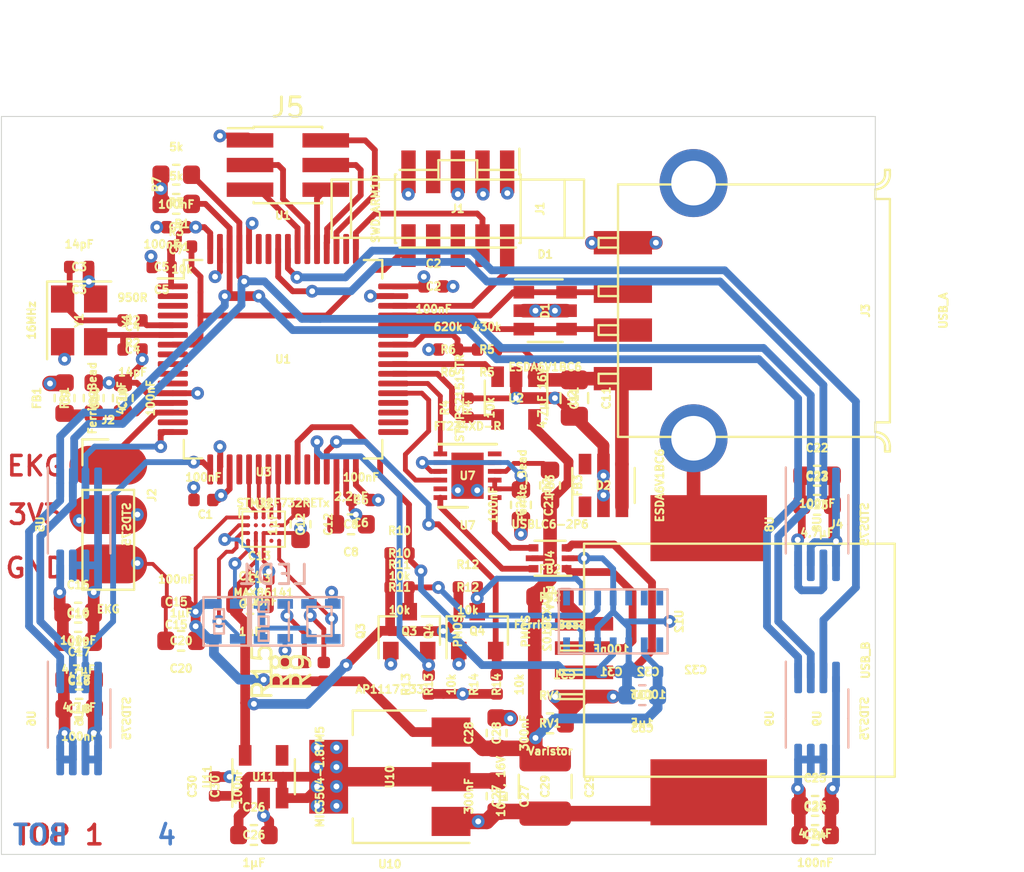
<source format=kicad_pcb>
(kicad_pcb (version 20171130) (host pcbnew "(5.1.6)-1")
  (layers (0 F.Cu signal) (1 In1_GND.Cu power) (2 In2_VDD.Cu power) (31 B.Cu signal) (34 B.Paste user) (35 F.Paste user) (36 B.SilkS user) (37 F.SilkS user) (38 B.Mask user) (39 F.Mask user) (44 Edge.Cuts user))
  (net 0 "")
  (net 1 GND)
  (net 2 +3V3)
  (net 3 "Net-(C3-Pad2)")
  (net 4 "Net-(C4-Pad1)")
  (net 5 "Net-(C8-Pad2)")
  (net 6 /VDD_A)
  (net 7 "Net-(C11-Pad1)")
  (net 8 "Net-(C12-Pad1)")
  (net 9 /USB_P)
  (net 10 /USB_N)
  (net 11 /NRST)
  (net 12 "Net-(J1-Pad8)")
  (net 13 "Net-(J1-Pad7)")
  (net 14 "Net-(J1-Pad6)")
  (net 15 /SWCLK)
  (net 16 /SWDIO)
  (net 17 /EKG_ADC)
  (net 18 "Net-(J4-Pad3)")
  (net 19 "Net-(J4-Pad2)")
  (net 20 "Net-(R2-Pad1)")
  (net 21 /USB_OverCurrent)
  (net 22 /USB_PowerSwitchOn)
  (net 23 /VBUS_DET)
  (net 24 "Net-(U1-Pad58)")
  (net 25 /OXI_NSS)
  (net 26 /OXI_MISO)
  (net 27 /OXI_MOSI)
  (net 28 /OXI_SCK)
  (net 29 "Net-(U1-Pad50)")
  (net 30 "Net-(U1-Pad43)")
  (net 31 "Net-(U1-Pad36)")
  (net 32 "Net-(U1-Pad33)")
  (net 33 "Net-(U1-Pad25)")
  (net 34 "Net-(U1-Pad15)")
  (net 35 "Net-(U1-Pad11)")
  (net 36 "Net-(U1-Pad10)")
  (net 37 "Net-(U1-Pad9)")
  (net 38 "Net-(U1-Pad8)")
  (net 39 "Net-(U1-Pad4)")
  (net 40 "Net-(U1-Pad3)")
  (net 41 "Net-(U1-Pad2)")
  (net 42 +5V)
  (net 43 "Net-(U1-Pad35)")
  (net 44 "Net-(U1-Pad34)")
  (net 45 "Net-(D2-Pad6)")
  (net 46 "Net-(D2-Pad1)")
  (net 47 /~ALERT2)
  (net 48 /~ALERT1)
  (net 49 "/Pulse oximeter/OXI_GPIO2")
  (net 50 "/Pulse oximeter/OXI_GPIO1")
  (net 51 "/Pulse oximeter/OXI_nINT")
  (net 52 "Net-(C21-Pad1)")
  (net 53 "Net-(FB2-Pad2)")
  (net 54 "Net-(FB3-Pad1)")
  (net 55 "Net-(U4-Pad6)")
  (net 56 "Net-(U4-Pad4)")
  (net 57 "/UART to USB/~CTS")
  (net 58 "/UART to USB/(~RTS~)")
  (net 59 "Net-(U7-Pad6)")
  (net 60 /UART6_RX)
  (net 61 /UART6_TX)
  (net 62 "Net-(LED1-Pad9)")
  (net 63 /I2C1_SDA)
  (net 64 /I2C1_SCL)
  (net 65 /~ALERT3)
  (net 66 /~ALERT4)
  (net 67 /OXI_G1_~EN)
  (net 68 /OXI_G2_~EN)
  (net 69 +1V8)
  (net 70 "Net-(U11-Pad4)")
  (net 71 "Net-(U1-Pad59)")
  (net 72 "Net-(U1-Pad41)")
  (net 73 "Net-(Q3-Pad3)")
  (net 74 /I2C2_SCL)
  (net 75 "Net-(Q4-Pad3)")
  (net 76 /I2C2_SDA)
  (net 77 /OXI2_~INT)
  (net 78 "Net-(U12-Pad14)")
  (net 79 "Net-(U12-Pad8)")
  (net 80 "Net-(U12-Pad7)")
  (net 81 "Net-(U12-Pad6)")
  (net 82 "Net-(U12-Pad5)")
  (net 83 "Net-(U12-Pad1)")
  (net 84 "Net-(LED1-Pad11)")
  (net 85 "Net-(LED1-Pad10)")
  (net 86 "Net-(LED1-Pad7)")
  (net 87 "Net-(LED1-Pad2)")
  (net 88 "Net-(U3-PadD4)")
  (net 89 "Net-(LED1-Pad5)")
  (net 90 "Net-(LED1-Pad4)")
  (net 91 /SPI3_NSS2)
  (net 92 /SPI3_NSS1)
  (net 93 /SPI3_MOSI)
  (net 94 /SPI3_MISO)
  (net 95 /SPI3_SCK)
  (module Connector_PinHeader_1.27mm:PinHeader_2x03_P1.27mm_Vertical_SMD (layer F.Cu) (at 75.75 37.5)
    (fp_text reference J5 (at 0 -2.965) (layer F.SilkS))
    (fp_text value Expander)
    (pad 6 smd rect (at 1.95 1.27) (size 2.4 0.74) (layers F.Cu F.Paste F.Mask) (net 93 /SPI3_MOSI))
    (pad 5 smd rect (at -1.95 1.27) (size 2.4 0.74) (layers F.Cu F.Paste F.Mask) (net 91 /SPI3_NSS2))
    (pad 4 smd rect (at 1.95 0) (size 2.4 0.74) (layers F.Cu F.Paste F.Mask) (net 94 /SPI3_MISO))
    (pad 3 smd rect (at -1.95 0) (size 2.4 0.74) (layers F.Cu F.Paste F.Mask) (net 92 /SPI3_NSS1))
    (pad 2 smd rect (at 1.95 -1.27) (size 2.4 0.74) (layers F.Cu F.Paste F.Mask) (net 95 /SPI3_SCK))
    (pad 1 smd rect (at -1.95 -1.27) (size 2.4 0.74) (layers F.Cu F.Paste F.Mask) (net 1 GND))
  )
  (module Resistor_SMD:R_0402_1005Metric (layer F.Cu) (at 75.6 63.6 90)
    (fp_text reference R15 (at 0 -1.17 90) (layer F.SilkS))
    (fp_text value 0R)
    (pad 2 smd roundrect (at 0.485 0 90) (size 0.59 0.64) (layers F.Cu F.Paste F.Mask) (net 62 "Net-(LED1-Pad9)"))
    (pad 1 smd roundrect (at -0.485 0 90) (size 0.59 0.64) (layers F.Cu F.Paste F.Mask) (net 42 +5V))
  )
  (module Resistor_SMD:R_0402_1005Metric (layer F.Cu) (at 77.6 63.6 90)
    (fp_text reference R9 (at 0 -1.17 90) (layer F.SilkS))
    (fp_text value 0R)
    (pad 2 smd roundrect (at 0.485 0 90) (size 0.59 0.64) (layers F.Cu F.Paste F.Mask) (net 89 "Net-(LED1-Pad5)"))
    (pad 1 smd roundrect (at -0.485 0 90) (size 0.59 0.64) (layers F.Cu F.Paste F.Mask) (net 42 +5V))
  )
  (module Resistor_SMD:R_0402_1005Metric (layer F.Cu) (at 76.6 63.6 90)
    (fp_text reference R8 (at 0 -1.17 90) (layer F.SilkS))
    (fp_text value 0R)
    (pad 2 smd roundrect (at 0.485 0 90) (size 0.59 0.64) (layers F.Cu F.Paste F.Mask) (net 90 "Net-(LED1-Pad4)"))
    (pad 1 smd roundrect (at -0.485 0 90) (size 0.59 0.64) (layers F.Cu F.Paste F.Mask) (net 42 +5V))
  )
  (module CustomFootprints:SFH7060 (layer B.Cu) (at 75 61)
    (fp_text reference LED1 (at 0 -2.4) (layer B.SilkS) (effects (justify mirror)))
    (fp_text value SFH7060)
    (pad 12 smd rect (at -3.06 0.9) (size 0.8 0.5) (layers B.Cu B.Paste B.Mask) (net 42 +5V))
    (pad 11 smd rect (at -1.836 0.9) (size 0.8 0.5) (layers B.Cu B.Paste B.Mask) (net 84 "Net-(LED1-Pad11)"))
    (pad 10 smd rect (at -0.612 0.9) (size 0.8 0.5) (layers B.Cu B.Paste B.Mask) (net 85 "Net-(LED1-Pad10)"))
    (pad 9 smd rect (at 0.612 0.9) (size 0.8 0.5) (layers B.Cu B.Paste B.Mask) (net 62 "Net-(LED1-Pad9)"))
    (pad 8 smd rect (at 1.836 0.9) (size 0.8 0.5) (layers B.Cu B.Paste B.Mask) (net 85 "Net-(LED1-Pad10)"))
    (pad 7 smd rect (at 3.06 0.9) (size 0.8 0.5) (layers B.Cu B.Paste B.Mask) (net 86 "Net-(LED1-Pad7)"))
    (pad 6 smd rect (at 3.06 -0.9) (size 0.8 0.5) (layers B.Cu B.Paste B.Mask) (net 1 GND))
    (pad 5 smd rect (at 1.836 -0.9) (size 0.8 0.5) (layers B.Cu B.Paste B.Mask) (net 89 "Net-(LED1-Pad5)"))
    (pad 4 smd rect (at 0.612 -0.9) (size 0.8 0.5) (layers B.Cu B.Paste B.Mask) (net 90 "Net-(LED1-Pad4)"))
    (pad 3 smd rect (at -0.612 -0.9) (size 0.8 0.5) (layers B.Cu B.Paste B.Mask) (net 85 "Net-(LED1-Pad10)"))
    (pad 2 smd rect (at -1.836 -0.9) (size 0.8 0.5) (layers B.Cu B.Paste B.Mask) (net 87 "Net-(LED1-Pad2)"))
    (pad 1 smd rect (at -3.06 -0.9) (size 0.8 0.5) (layers B.Cu B.Paste B.Mask) (net 42 +5V))
  )
  (module Resistor_SMD:R_0402_1005Metric (layer F.Cu) (at 86.5 64.25 90)
    (fp_text reference R14 (at 0 -1.17 90) (layer F.SilkS) (effects (font (size 0.4 0.4) (thickness 0.1))))
    (fp_text value 10k (at 0 1.17 90) (layer F.SilkS) (effects (font (size 0.4 0.4) (thickness 0.1))))
    (fp_text user %R (at 0 0 90) (layer F.SilkS) (effects (font (size 0.4 0.4) (thickness 0.1))))
    (pad 2 smd roundrect (at 0.485 0 90) (size 0.59 0.64) (layers F.Cu F.Paste F.Mask) (net 76 /I2C2_SDA))
    (pad 1 smd roundrect (at -0.485 0 90) (size 0.59 0.64) (layers F.Cu F.Paste F.Mask) (net 2 +3V3))
  )
  (module Resistor_SMD:R_0402_1005Metric (layer F.Cu) (at 83 64.25 90)
    (fp_text reference R13 (at 0 -1.17 90) (layer F.SilkS) (effects (font (size 0.4 0.4) (thickness 0.1))))
    (fp_text value 10k (at 0 1.17 90) (layer F.SilkS) (effects (font (size 0.4 0.4) (thickness 0.1))))
    (fp_text user %R (at 0 0 90) (layer F.SilkS) (effects (font (size 0.4 0.4) (thickness 0.1))))
    (pad 2 smd roundrect (at 0.485 0 90) (size 0.59 0.64) (layers F.Cu F.Paste F.Mask) (net 74 /I2C2_SCL))
    (pad 1 smd roundrect (at -0.485 0 90) (size 0.59 0.64) (layers F.Cu F.Paste F.Mask) (net 2 +3V3))
  )
  (module CustomFootprints:MAX30102_LGA14 (layer B.Cu) (at 92.5 61 270)
    (fp_text reference U12 (at 0 -3.4 90) (layer F.SilkS) (effects (font (size 0.4 0.4) (thickness 0.1)) (justify mirror)))
    (fp_text value MAX30102 (at 0 3.4 90) (layer F.SilkS) (effects (font (size 0.4 0.4) (thickness 0.1)) (justify mirror)))
    (pad 14 smd rect (at 1.2 2.4 270) (size 0.75 0.35) (layers B.Cu B.Paste B.Mask) (net 78 "Net-(U12-Pad14)"))
    (pad 13 smd rect (at 1.2 1.6 270) (size 0.75 0.35) (layers B.Cu B.Paste B.Mask) (net 77 /OXI2_~INT))
    (pad 12 smd rect (at 1.2 0.8 270) (size 0.75 0.35) (layers B.Cu B.Paste B.Mask) (net 1 GND))
    (pad 11 smd rect (at 1.2 0 270) (size 0.75 0.35) (layers B.Cu B.Paste B.Mask) (net 69 +1V8))
    (pad 10 smd rect (at 1.2 -0.8 270) (size 0.75 0.35) (layers B.Cu B.Paste B.Mask) (net 1 GND))
    (pad 9 smd rect (at 1.2 -1.6 270) (size 0.75 0.35) (layers B.Cu B.Paste B.Mask) (net 42 +5V))
    (pad 8 smd rect (at 1.2 -2.4 270) (size 0.75 0.35) (layers B.Cu B.Paste B.Mask) (net 79 "Net-(U12-Pad8)"))
    (pad 7 smd rect (at -1.2 -2.4 270) (size 0.75 0.35) (layers B.Cu B.Paste B.Mask) (net 80 "Net-(U12-Pad7)"))
    (pad 6 smd rect (at -1.2 -1.6 270) (size 0.75 0.35) (layers B.Cu B.Paste B.Mask) (net 81 "Net-(U12-Pad6)"))
    (pad 5 smd rect (at -1.2 -0.8 270) (size 0.75 0.35) (layers B.Cu B.Paste B.Mask) (net 82 "Net-(U12-Pad5)"))
    (pad 4 smd rect (at -1.2 0 270) (size 0.75 0.35) (layers B.Cu B.Paste B.Mask) (net 1 GND))
    (pad 3 smd rect (at -1.2 0.8 270) (size 0.75 0.35) (layers B.Cu B.Paste B.Mask) (net 73 "Net-(Q3-Pad3)"))
    (pad 2 smd rect (at -1.2 1.6 270) (size 0.75 0.35) (layers B.Cu B.Paste B.Mask) (net 75 "Net-(Q4-Pad3)"))
    (pad 1 smd rect (at -1.2 2.4 270) (size 0.75 0.35) (layers B.Cu B.Paste B.Mask) (net 83 "Net-(U12-Pad1)"))
  )
  (module Resistor_SMD:R_0402_1005Metric (layer F.Cu) (at 85.015 59.25)
    (fp_text reference R12 (at 0 -1.17) (layer F.SilkS) (effects (font (size 0.4 0.4) (thickness 0.1))))
    (fp_text value 10k (at 0 1.17) (layer F.SilkS) (effects (font (size 0.4 0.4) (thickness 0.1))))
    (fp_text user %R (at 0 0) (layer F.SilkS) (effects (font (size 0.4 0.4) (thickness 0.1))))
    (pad 2 smd roundrect (at 0.485 0) (size 0.59 0.64) (layers F.Cu F.Paste F.Mask) (net 75 "Net-(Q4-Pad3)"))
    (pad 1 smd roundrect (at -0.485 0) (size 0.59 0.64) (layers F.Cu F.Paste F.Mask) (net 69 +1V8))
  )
  (module Resistor_SMD:R_0402_1005Metric (layer F.Cu) (at 81.5 59.25)
    (fp_text reference R11 (at 0 -1.17) (layer F.SilkS) (effects (font (size 0.4 0.4) (thickness 0.1))))
    (fp_text value 10k (at 0 1.17) (layer F.SilkS) (effects (font (size 0.4 0.4) (thickness 0.1))))
    (fp_text user %R (at 0 0) (layer F.SilkS) (effects (font (size 0.4 0.4) (thickness 0.1))))
    (pad 2 smd roundrect (at 0.485 0) (size 0.59 0.64) (layers F.Cu F.Paste F.Mask) (net 73 "Net-(Q3-Pad3)"))
    (pad 1 smd roundrect (at -0.485 0) (size 0.59 0.64) (layers F.Cu F.Paste F.Mask) (net 69 +1V8))
  )
  (module Resistor_SMD:R_0402_1005Metric (layer F.Cu) (at 81.5 57.5)
    (fp_text reference R10 (at 0 -1.17) (layer F.SilkS) (effects (font (size 0.4 0.4) (thickness 0.1))))
    (fp_text value 10k (at 0 1.17) (layer F.SilkS) (effects (font (size 0.4 0.4) (thickness 0.1))))
    (fp_text user %R (at 0 0) (layer F.SilkS) (effects (font (size 0.4 0.4) (thickness 0.1))))
    (pad 2 smd roundrect (at 0.485 0) (size 0.59 0.64) (layers F.Cu F.Paste F.Mask) (net 77 /OXI2_~INT))
    (pad 1 smd roundrect (at -0.485 0) (size 0.59 0.64) (layers F.Cu F.Paste F.Mask) (net 69 +1V8))
  )
  (module Package_TO_SOT_SMD:SOT-23 (layer F.Cu) (at 85.5 61.5 90)
    (fp_text reference Q4 (at 0 -2.5 90) (layer F.SilkS) (effects (font (size 0.4 0.4) (thickness 0.1))))
    (fp_text value PMOS (at 0 2.5 90) (layer F.SilkS) (effects (font (size 0.4 0.4) (thickness 0.1))))
    (fp_text user %R (at 0 0) (layer F.SilkS) (effects (font (size 0.4 0.4) (thickness 0.1))))
    (pad 3 smd rect (at 1 0 90) (size 0.9 0.8) (layers F.Cu F.Paste F.Mask) (net 75 "Net-(Q4-Pad3)"))
    (pad 2 smd rect (at -1 0.95 90) (size 0.9 0.8) (layers F.Cu F.Paste F.Mask) (net 76 /I2C2_SDA))
    (pad 1 smd rect (at -1 -0.95 90) (size 0.9 0.8) (layers F.Cu F.Paste F.Mask) (net 1 GND))
  )
  (module Package_TO_SOT_SMD:SOT-23 (layer F.Cu) (at 82 61.5 90)
    (fp_text reference Q3 (at 0 -2.5 90) (layer F.SilkS) (effects (font (size 0.4 0.4) (thickness 0.1))))
    (fp_text value PMOS (at 0 2.5 90) (layer F.SilkS) (effects (font (size 0.4 0.4) (thickness 0.1))))
    (fp_text user %R (at 0 0) (layer F.SilkS) (effects (font (size 0.4 0.4) (thickness 0.1))))
    (pad 3 smd rect (at 1 0 90) (size 0.9 0.8) (layers F.Cu F.Paste F.Mask) (net 73 "Net-(Q3-Pad3)"))
    (pad 2 smd rect (at -1 0.95 90) (size 0.9 0.8) (layers F.Cu F.Paste F.Mask) (net 74 /I2C2_SCL))
    (pad 1 smd rect (at -1 -0.95 90) (size 0.9 0.8) (layers F.Cu F.Paste F.Mask) (net 1 GND))
  )
  (module Capacitor_SMD:C_0603_1608Metric (layer B.Cu) (at 94 64.8 180)
    (fp_text reference C33 (at 0 -1.7) (layer F.SilkS) (effects (font (size 0.4 0.4) (thickness 0.1)) (justify mirror)))
    (fp_text value 1µF (at 0 -1.43) (layer F.SilkS) (effects (font (size 0.4 0.4) (thickness 0.1)) (justify mirror)))
    (fp_text user %R (at 0 0) (layer F.SilkS) (effects (font (size 0.4 0.4) (thickness 0.1)) (justify mirror)))
    (pad 2 smd roundrect (at 0.7875 0 180) (size 0.875 0.95) (layers B.Cu B.Paste B.Mask) (net 1 GND))
    (pad 1 smd roundrect (at -0.7875 0 180) (size 0.875 0.95) (layers B.Cu B.Paste B.Mask) (net 42 +5V))
  )
  (module Capacitor_SMD:C_0402_1005Metric (layer B.Cu) (at 94.3 63.6 180)
    (fp_text reference C32 (at -2.45 0.1) (layer F.SilkS) (effects (font (size 0.4 0.4) (thickness 0.1)) (justify mirror)))
    (fp_text value 100nF (at 0 -1.17) (layer F.SilkS) (effects (font (size 0.4 0.4) (thickness 0.1)) (justify mirror)))
    (fp_text user %R (at 0 0) (layer F.SilkS) (effects (font (size 0.4 0.4) (thickness 0.1)) (justify mirror)))
    (pad 2 smd roundrect (at 0.485 0 180) (size 0.59 0.64) (layers B.Cu B.Paste B.Mask) (net 1 GND))
    (pad 1 smd roundrect (at -0.485 0 180) (size 0.59 0.64) (layers B.Cu B.Paste B.Mask) (net 42 +5V))
  )
  (module Capacitor_SMD:C_0402_1005Metric (layer B.Cu) (at 92.4 63.6)
    (fp_text reference C31 (at -2.4 0.15) (layer F.SilkS) (effects (font (size 0.4 0.4) (thickness 0.1)) (justify mirror)))
    (fp_text value 100nF (at 0 -1.17) (layer F.SilkS) (effects (font (size 0.4 0.4) (thickness 0.1)) (justify mirror)))
    (fp_text user %R (at 0 0) (layer F.SilkS) (effects (font (size 0.4 0.4) (thickness 0.1)) (justify mirror)))
    (pad 2 smd roundrect (at 0.485 0) (size 0.59 0.64) (layers B.Cu B.Paste B.Mask) (net 1 GND))
    (pad 1 smd roundrect (at -0.485 0) (size 0.59 0.64) (layers B.Cu B.Paste B.Mask) (net 69 +1V8))
  )
  (module Package_TO_SOT_SMD:SOT-23-5 (layer F.Cu) (at 87.5 49.5 270)
    (fp_text reference U2 (at 0 -2.9 90) (layer F.SilkS) (effects (font (size 0.4 0.4) (thickness 0.1))))
    (fp_text value STMPS2151STR (at 0 2.9 90) (layer F.SilkS) (effects (font (size 0.4 0.4) (thickness 0.1))))
    (fp_text user %R (at 0 0) (layer F.SilkS) (effects (font (size 0.4 0.4) (thickness 0.1))))
    (pad 5 smd rect (at 1.1 -0.95 270) (size 1.06 0.65) (layers F.Cu F.Paste F.Mask) (net 42 +5V))
    (pad 4 smd rect (at 1.1 0.95 270) (size 1.06 0.65) (layers F.Cu F.Paste F.Mask) (net 22 /USB_PowerSwitchOn))
    (pad 3 smd rect (at -1.1 0.95 270) (size 1.06 0.65) (layers F.Cu F.Paste F.Mask) (net 21 /USB_OverCurrent))
    (pad 2 smd rect (at -1.1 0 270) (size 1.06 0.65) (layers F.Cu F.Paste F.Mask) (net 1 GND))
    (pad 1 smd rect (at -1.1 -0.95 270) (size 1.06 0.65) (layers F.Cu F.Paste F.Mask) (net 7 "Net-(C11-Pad1)"))
  )
  (module CustomFootprints:WLCSP-20_1.994x1.609mm_Layout5x4_P0.4mm_Modell (layer F.Cu) (at 74.5 56.25)
    (fp_text reference U3 (at 0 -2.94) (layer F.SilkS) (effects (font (size 0.4 0.4) (thickness 0.1))))
    (fp_text value MAX86141 (at 0 3.28) (layer F.SilkS) (effects (font (size 0.4 0.4) (thickness 0.1))))
    (fp_text user %R (at 0 -1.25) (layer F.SilkS) (effects (font (size 0.4 0.4) (thickness 0.1))))
    (pad A1 smd circle (at -0.8 -0.6) (size 0.21 0.21) (layers F.Cu F.Paste F.Mask) (net 42 +5V))
    (pad B1 smd circle (at -0.8 -0.2) (size 0.21 0.21) (layers F.Cu F.Paste F.Mask) (net 85 "Net-(LED1-Pad10)"))
    (pad C1 smd circle (at -0.8 0.2) (size 0.21 0.21) (layers F.Cu F.Paste F.Mask) (net 84 "Net-(LED1-Pad11)"))
    (pad D1 smd circle (at -0.8 0.6) (size 0.21 0.21) (layers F.Cu F.Paste F.Mask) (net 87 "Net-(LED1-Pad2)"))
    (pad A2 smd circle (at -0.4 -0.6) (size 0.21 0.21) (layers F.Cu F.Paste F.Mask) (net 28 /OXI_SCK))
    (pad B2 smd circle (at -0.4 -0.2) (size 0.21 0.21) (layers F.Cu F.Paste F.Mask) (net 51 "/Pulse oximeter/OXI_nINT"))
    (pad C2 smd circle (at -0.4 0.2) (size 0.21 0.21) (layers F.Cu F.Paste F.Mask) (net 69 +1V8))
    (pad D2 smd circle (at -0.4 0.6) (size 0.21 0.21) (layers F.Cu F.Paste F.Mask) (net 69 +1V8))
    (pad A3 smd circle (at 0 -0.6) (size 0.21 0.21) (layers F.Cu F.Paste F.Mask) (net 26 /OXI_MISO))
    (pad B3 smd circle (at 0 -0.2) (size 0.21 0.21) (layers F.Cu F.Paste F.Mask) (net 50 "/Pulse oximeter/OXI_GPIO1"))
    (pad C3 smd circle (at 0 0.2) (size 0.21 0.21) (layers F.Cu F.Paste F.Mask) (net 1 GND))
    (pad D3 smd circle (at 0 0.6) (size 0.21 0.21) (layers F.Cu F.Paste F.Mask) (net 1 GND))
    (pad A4 smd circle (at 0.4 -0.6) (size 0.21 0.21) (layers F.Cu F.Paste F.Mask) (net 27 /OXI_MOSI))
    (pad B4 smd circle (at 0.4 -0.2) (size 0.21 0.21) (layers F.Cu F.Paste F.Mask) (net 49 "/Pulse oximeter/OXI_GPIO2"))
    (pad C4 smd circle (at 0.4 0.2) (size 0.21 0.21) (layers F.Cu F.Paste F.Mask) (net 1 GND))
    (pad D4 smd circle (at 0.4 0.6) (size 0.21 0.21) (layers F.Cu F.Paste F.Mask) (net 88 "Net-(U3-PadD4)"))
    (pad A5 smd circle (at 0.8 -0.6) (size 0.21 0.21) (layers F.Cu F.Paste F.Mask) (net 25 /OXI_NSS))
    (pad B5 smd circle (at 0.8 -0.2) (size 0.21 0.21) (layers F.Cu F.Paste F.Mask) (net 8 "Net-(C12-Pad1)"))
    (pad C5 smd circle (at 0.8 0.2) (size 0.21 0.21) (layers F.Cu F.Paste F.Mask) (net 1 GND))
    (pad D5 smd circle (at 0.8 0.6) (size 0.21 0.21) (layers F.Cu F.Paste F.Mask) (net 86 "Net-(LED1-Pad7)"))
  )
  (module Resistor_SMD:R_0603_1608Metric (layer F.Cu) (at 70 38 180)
    (fp_text reference R7 (at 0 -1.43) (layer F.SilkS) (effects (font (size 0.4 0.4) (thickness 0.1))))
    (fp_text value 5k (at 0 1.43) (layer F.SilkS) (effects (font (size 0.4 0.4) (thickness 0.1))))
    (fp_text user %R (at 1 -0.5 270) (layer F.SilkS) (effects (font (size 0.4 0.4) (thickness 0.1))))
    (pad 2 smd roundrect (at 0.7875 0 180) (size 0.875 0.95) (layers F.Cu F.Paste F.Mask) (net 2 +3V3))
    (pad 1 smd roundrect (at -0.7875 0 180) (size 0.875 0.95) (layers F.Cu F.Paste F.Mask) (net 64 /I2C1_SCL))
  )
  (module Resistor_SMD:R_0603_1608Metric (layer F.Cu) (at 70 39.5 180)
    (fp_text reference R3 (at 0 -1.43) (layer F.SilkS) (effects (font (size 0.4 0.4) (thickness 0.1))))
    (fp_text value 5k (at 0 1.43) (layer F.SilkS) (effects (font (size 0.4 0.4) (thickness 0.1))))
    (fp_text user %R (at 0 0) (layer F.SilkS) (effects (font (size 0.4 0.4) (thickness 0.1))))
    (pad 2 smd roundrect (at 0.7875 0 180) (size 0.875 0.95) (layers F.Cu F.Paste F.Mask) (net 2 +3V3))
    (pad 1 smd roundrect (at -0.7875 0 180) (size 0.875 0.95) (layers F.Cu F.Paste F.Mask) (net 63 /I2C1_SDA))
  )
  (module CustomFootprints:USB_A_Buchse_87583-3010RPALF (layer F.Cu) (at 94.5 45 90)
    (fp_text reference J3 (at 0 11 90) (layer F.SilkS) (effects (font (size 0.4 0.4) (thickness 0.1))))
    (fp_text value USB_A (at 0 15 90) (layer F.SilkS) (effects (font (size 0.4 0.4) (thickness 0.1))))
    (pad 1 smd rect (at -3.5 -1.5 90) (size 1.2 3) (layers F.Cu F.Paste F.Mask) (net 7 "Net-(C11-Pad1)"))
    (pad 2 smd rect (at -1 -1.5 90) (size 1.2 3) (layers F.Cu F.Paste F.Mask) (net 10 /USB_N))
    (pad 3 smd rect (at 1 -1.5 90) (size 1.2 3) (layers F.Cu F.Paste F.Mask) (net 9 /USB_P))
    (pad 4 smd rect (at 3.5 -1.5 90) (size 1.2 3) (layers F.Cu F.Paste F.Mask) (net 1 GND))
    (pad 5 thru_hole circle (at -6.57 2.14 90) (size 3.5 3.5) (drill 2.3) (layers *.Cu *.Mask) (net 1 GND))
    (pad 5 thru_hole circle (at 6.57 2.14 90) (size 3.5 3.5) (drill 2.3) (layers *.Cu *.Mask) (net 1 GND))
  )
  (module CustomFootprints:USB_B_SMD (layer F.Cu) (at 98 63 90)
    (fp_text reference J4 (at 7 6 180) (layer F.SilkS) (effects (font (size 0.4 0.4) (thickness 0.1))))
    (fp_text value USB_B (at 0 7.5 90) (layer F.SilkS) (effects (font (size 0.4 0.4) (thickness 0.1))))
    (pad 1 smd rect (at 1.875 -7 90) (size 0.7 3) (layers F.Cu F.Paste F.Mask) (net 53 "Net-(FB2-Pad2)"))
    (pad 2 smd rect (at 0.625 -7 90) (size 0.7 3) (layers F.Cu F.Paste F.Mask) (net 19 "Net-(J4-Pad2)"))
    (pad 3 smd rect (at -0.625 -7 90) (size 0.7 3) (layers F.Cu F.Paste F.Mask) (net 18 "Net-(J4-Pad3)"))
    (pad 4 smd rect (at -1.875 -7 90) (size 0.7 3) (layers F.Cu F.Paste F.Mask) (net 1 GND))
    (pad 5 smd rect (at -6.8 -0.58 90) (size 3.4 6) (layers F.Cu F.Paste F.Mask) (net 1 GND))
    (pad 5 smd rect (at 6.8 -0.58 90) (size 3.4 6) (layers F.Cu F.Paste F.Mask) (net 1 GND))
    (pad "" np_thru_hole circle (at -2.75 0 90) (size 1.4 1.4) (drill 1.4) (layers *.Cu *.Mask))
    (pad "" np_thru_hole circle (at 2.75 0 90) (size 1.4 1.4) (drill 1.4) (layers *.Cu *.Mask))
  )
  (module CustomFootprints:SWD_ARM10 (layer F.Cu) (at 84.5 39.75 270)
    (fp_text reference J1 (at 0 -4.235 90) (layer F.SilkS) (effects (font (size 0.4 0.4) (thickness 0.1))))
    (fp_text value SWD_ARM10 (at 0 4.235 90) (layer F.SilkS) (effects (font (size 0.4 0.4) (thickness 0.1))))
    (fp_text user %R (at 0 0) (layer F.SilkS) (effects (font (size 0.4 0.4) (thickness 0.1))))
    (pad 10 smd rect (at 1.9 2.54 270) (size 2.2 0.74) (layers F.Cu F.Paste F.Mask) (net 11 /NRST))
    (pad 9 smd rect (at -1.9 2.54 270) (size 2.2 0.74) (layers F.Cu F.Paste F.Mask) (net 1 GND))
    (pad 8 smd rect (at 1.9 1.27 270) (size 2.2 0.74) (layers F.Cu F.Paste F.Mask) (net 12 "Net-(J1-Pad8)"))
    (pad 7 smd rect (at -1.9 1.27 270) (size 2.2 0.74) (layers F.Cu F.Paste F.Mask) (net 13 "Net-(J1-Pad7)"))
    (pad 6 smd rect (at 1.9 0 270) (size 2.2 0.74) (layers F.Cu F.Paste F.Mask) (net 14 "Net-(J1-Pad6)"))
    (pad 5 smd rect (at -1.9 0 270) (size 2.2 0.74) (layers F.Cu F.Paste F.Mask) (net 1 GND))
    (pad 4 smd rect (at 1.9 -1.27 270) (size 2.2 0.74) (layers F.Cu F.Paste F.Mask) (net 15 /SWCLK))
    (pad 3 smd rect (at -1.9 -1.27 270) (size 2.2 0.74) (layers F.Cu F.Paste F.Mask) (net 1 GND))
    (pad 2 smd rect (at 1.9 -2.54 270) (size 2.2 0.74) (layers F.Cu F.Paste F.Mask) (net 16 /SWDIO))
    (pad 1 smd rect (at -1.9 -2.54 270) (size 2.2 0.74) (layers F.Cu F.Paste F.Mask) (net 2 +3V3))
  )
  (module Package_QFP:LQFP-64_10x10mm_P0.5mm (layer F.Cu) (at 75.5 47.5)
    (fp_text reference U1 (at 0 -7.4) (layer F.SilkS) (effects (font (size 0.4 0.4) (thickness 0.1))))
    (fp_text value STM32F732RETx (at 0 7.4) (layer F.SilkS) (effects (font (size 0.4 0.4) (thickness 0.1))))
    (fp_text user %R (at 0 0) (layer F.SilkS) (effects (font (size 0.4 0.4) (thickness 0.1))))
    (pad 64 smd roundrect (at -3.75 -5.675) (size 0.3 1.55) (layers F.Cu F.Paste F.Mask) (net 2 +3V3))
    (pad 63 smd roundrect (at -3.25 -5.675) (size 0.3 1.55) (layers F.Cu F.Paste F.Mask) (net 1 GND))
    (pad 62 smd roundrect (at -2.75 -5.675) (size 0.3 1.55) (layers F.Cu F.Paste F.Mask) (net 63 /I2C1_SDA))
    (pad 61 smd roundrect (at -2.25 -5.675) (size 0.3 1.55) (layers F.Cu F.Paste F.Mask) (net 64 /I2C1_SCL))
    (pad 60 smd roundrect (at -1.75 -5.675) (size 0.3 1.55) (layers F.Cu F.Paste F.Mask) (net 1 GND))
    (pad 59 smd roundrect (at -1.25 -5.675) (size 0.3 1.55) (layers F.Cu F.Paste F.Mask) (net 71 "Net-(U1-Pad59)"))
    (pad 58 smd roundrect (at -0.75 -5.675) (size 0.3 1.55) (layers F.Cu F.Paste F.Mask) (net 24 "Net-(U1-Pad58)"))
    (pad 57 smd roundrect (at -0.25 -5.675) (size 0.3 1.55) (layers F.Cu F.Paste F.Mask) (net 65 /~ALERT3))
    (pad 56 smd roundrect (at 0.25 -5.675) (size 0.3 1.55) (layers F.Cu F.Paste F.Mask) (net 66 /~ALERT4))
    (pad 55 smd roundrect (at 0.75 -5.675) (size 0.3 1.55) (layers F.Cu F.Paste F.Mask) (net 91 /SPI3_NSS2))
    (pad 54 smd roundrect (at 1.25 -5.675) (size 0.3 1.55) (layers F.Cu F.Paste F.Mask) (net 92 /SPI3_NSS1))
    (pad 53 smd roundrect (at 1.75 -5.675) (size 0.3 1.55) (layers F.Cu F.Paste F.Mask) (net 93 /SPI3_MOSI))
    (pad 52 smd roundrect (at 2.25 -5.675) (size 0.3 1.55) (layers F.Cu F.Paste F.Mask) (net 94 /SPI3_MISO))
    (pad 51 smd roundrect (at 2.75 -5.675) (size 0.3 1.55) (layers F.Cu F.Paste F.Mask) (net 95 /SPI3_SCK))
    (pad 50 smd roundrect (at 3.25 -5.675) (size 0.3 1.55) (layers F.Cu F.Paste F.Mask) (net 29 "Net-(U1-Pad50)"))
    (pad 49 smd roundrect (at 3.75 -5.675) (size 0.3 1.55) (layers F.Cu F.Paste F.Mask) (net 15 /SWCLK))
    (pad 48 smd roundrect (at 5.675 -3.75) (size 1.55 0.3) (layers F.Cu F.Paste F.Mask) (net 2 +3V3))
    (pad 47 smd roundrect (at 5.675 -3.25) (size 1.55 0.3) (layers F.Cu F.Paste F.Mask) (net 1 GND))
    (pad 46 smd roundrect (at 5.675 -2.75) (size 1.55 0.3) (layers F.Cu F.Paste F.Mask) (net 16 /SWDIO))
    (pad 45 smd roundrect (at 5.675 -2.25) (size 1.55 0.3) (layers F.Cu F.Paste F.Mask) (net 9 /USB_P))
    (pad 44 smd roundrect (at 5.675 -1.75) (size 1.55 0.3) (layers F.Cu F.Paste F.Mask) (net 10 /USB_N))
    (pad 43 smd roundrect (at 5.675 -1.25) (size 1.55 0.3) (layers F.Cu F.Paste F.Mask) (net 30 "Net-(U1-Pad43)"))
    (pad 42 smd roundrect (at 5.675 -0.75) (size 1.55 0.3) (layers F.Cu F.Paste F.Mask) (net 23 /VBUS_DET))
    (pad 41 smd roundrect (at 5.675 -0.25) (size 1.55 0.3) (layers F.Cu F.Paste F.Mask) (net 72 "Net-(U1-Pad41)"))
    (pad 40 smd roundrect (at 5.675 0.25) (size 1.55 0.3) (layers F.Cu F.Paste F.Mask) (net 21 /USB_OverCurrent))
    (pad 39 smd roundrect (at 5.675 0.75) (size 1.55 0.3) (layers F.Cu F.Paste F.Mask) (net 22 /USB_PowerSwitchOn))
    (pad 38 smd roundrect (at 5.675 1.25) (size 1.55 0.3) (layers F.Cu F.Paste F.Mask) (net 60 /UART6_RX))
    (pad 37 smd roundrect (at 5.675 1.75) (size 1.55 0.3) (layers F.Cu F.Paste F.Mask) (net 61 /UART6_TX))
    (pad 36 smd roundrect (at 5.675 2.25) (size 1.55 0.3) (layers F.Cu F.Paste F.Mask) (net 31 "Net-(U1-Pad36)"))
    (pad 35 smd roundrect (at 5.675 2.75) (size 1.55 0.3) (layers F.Cu F.Paste F.Mask) (net 43 "Net-(U1-Pad35)"))
    (pad 34 smd roundrect (at 5.675 3.25) (size 1.55 0.3) (layers F.Cu F.Paste F.Mask) (net 44 "Net-(U1-Pad34)"))
    (pad 33 smd roundrect (at 5.675 3.75) (size 1.55 0.3) (layers F.Cu F.Paste F.Mask) (net 32 "Net-(U1-Pad33)"))
    (pad 32 smd roundrect (at 3.75 5.675) (size 0.3 1.55) (layers F.Cu F.Paste F.Mask) (net 2 +3V3))
    (pad 31 smd roundrect (at 3.25 5.675) (size 0.3 1.55) (layers F.Cu F.Paste F.Mask) (net 1 GND))
    (pad 30 smd roundrect (at 2.75 5.675) (size 0.3 1.55) (layers F.Cu F.Paste F.Mask) (net 5 "Net-(C8-Pad2)"))
    (pad 29 smd roundrect (at 2.25 5.675) (size 0.3 1.55) (layers F.Cu F.Paste F.Mask) (net 76 /I2C2_SDA))
    (pad 28 smd roundrect (at 1.75 5.675) (size 0.3 1.55) (layers F.Cu F.Paste F.Mask) (net 74 /I2C2_SCL))
    (pad 27 smd roundrect (at 1.25 5.675) (size 0.3 1.55) (layers F.Cu F.Paste F.Mask) (net 68 /OXI_G2_~EN))
    (pad 26 smd roundrect (at 0.75 5.675) (size 0.3 1.55) (layers F.Cu F.Paste F.Mask) (net 77 /OXI2_~INT))
    (pad 25 smd roundrect (at 0.25 5.675) (size 0.3 1.55) (layers F.Cu F.Paste F.Mask) (net 33 "Net-(U1-Pad25)"))
    (pad 24 smd roundrect (at -0.25 5.675) (size 0.3 1.55) (layers F.Cu F.Paste F.Mask) (net 25 /OXI_NSS))
    (pad 23 smd roundrect (at -0.75 5.675) (size 0.3 1.55) (layers F.Cu F.Paste F.Mask) (net 27 /OXI_MOSI))
    (pad 22 smd roundrect (at -1.25 5.675) (size 0.3 1.55) (layers F.Cu F.Paste F.Mask) (net 26 /OXI_MISO))
    (pad 21 smd roundrect (at -1.75 5.675) (size 0.3 1.55) (layers F.Cu F.Paste F.Mask) (net 28 /OXI_SCK))
    (pad 20 smd roundrect (at -2.25 5.675) (size 0.3 1.55) (layers F.Cu F.Paste F.Mask) (net 67 /OXI_G1_~EN))
    (pad 19 smd roundrect (at -2.75 5.675) (size 0.3 1.55) (layers F.Cu F.Paste F.Mask) (net 2 +3V3))
    (pad 18 smd roundrect (at -3.25 5.675) (size 0.3 1.55) (layers F.Cu F.Paste F.Mask) (net 1 GND))
    (pad 17 smd roundrect (at -3.75 5.675) (size 0.3 1.55) (layers F.Cu F.Paste F.Mask) (net 47 /~ALERT2))
    (pad 16 smd roundrect (at -5.675 3.75) (size 1.55 0.3) (layers F.Cu F.Paste F.Mask) (net 48 /~ALERT1))
    (pad 15 smd roundrect (at -5.675 3.25) (size 1.55 0.3) (layers F.Cu F.Paste F.Mask) (net 34 "Net-(U1-Pad15)"))
    (pad 14 smd roundrect (at -5.675 2.75) (size 1.55 0.3) (layers F.Cu F.Paste F.Mask) (net 17 /EKG_ADC))
    (pad 13 smd roundrect (at -5.675 2.25) (size 1.55 0.3) (layers F.Cu F.Paste F.Mask) (net 6 /VDD_A))
    (pad 12 smd roundrect (at -5.675 1.75) (size 1.55 0.3) (layers F.Cu F.Paste F.Mask) (net 1 GND))
    (pad 11 smd roundrect (at -5.675 1.25) (size 1.55 0.3) (layers F.Cu F.Paste F.Mask) (net 35 "Net-(U1-Pad11)"))
    (pad 10 smd roundrect (at -5.675 0.75) (size 1.55 0.3) (layers F.Cu F.Paste F.Mask) (net 36 "Net-(U1-Pad10)"))
    (pad 9 smd roundrect (at -5.675 0.25) (size 1.55 0.3) (layers F.Cu F.Paste F.Mask) (net 37 "Net-(U1-Pad9)"))
    (pad 8 smd roundrect (at -5.675 -0.25) (size 1.55 0.3) (layers F.Cu F.Paste F.Mask) (net 38 "Net-(U1-Pad8)"))
    (pad 7 smd roundrect (at -5.675 -0.75) (size 1.55 0.3) (layers F.Cu F.Paste F.Mask) (net 11 /NRST))
    (pad 6 smd roundrect (at -5.675 -1.25) (size 1.55 0.3) (layers F.Cu F.Paste F.Mask) (net 4 "Net-(C4-Pad1)"))
    (pad 5 smd roundrect (at -5.675 -1.75) (size 1.55 0.3) (layers F.Cu F.Paste F.Mask) (net 20 "Net-(R2-Pad1)"))
    (pad 4 smd roundrect (at -5.675 -2.25) (size 1.55 0.3) (layers F.Cu F.Paste F.Mask) (net 39 "Net-(U1-Pad4)"))
    (pad 3 smd roundrect (at -5.675 -2.75) (size 1.55 0.3) (layers F.Cu F.Paste F.Mask) (net 40 "Net-(U1-Pad3)"))
    (pad 2 smd roundrect (at -5.675 -3.25) (size 1.55 0.3) (layers F.Cu F.Paste F.Mask) (net 41 "Net-(U1-Pad2)"))
    (pad 1 smd roundrect (at -5.675 -3.75) (size 1.55 0.3) (layers F.Cu F.Paste F.Mask) (net 2 +3V3))
  )
  (module Package_TO_SOT_SMD:SOT-23-5 (layer F.Cu) (at 74.5 69 90)
    (fp_text reference U11 (at 0 -2.9 90) (layer F.SilkS) (effects (font (size 0.4 0.4) (thickness 0.1))))
    (fp_text value MIC5504-1.8YM5 (at 0 2.9 90) (layer F.SilkS) (effects (font (size 0.4 0.4) (thickness 0.1))))
    (fp_text user %R (at 0 0) (layer F.SilkS) (effects (font (size 0.4 0.4) (thickness 0.1))))
    (pad 5 smd rect (at 1.1 -0.95 90) (size 1.06 0.65) (layers F.Cu F.Paste F.Mask) (net 69 +1V8))
    (pad 4 smd rect (at 1.1 0.95 90) (size 1.06 0.65) (layers F.Cu F.Paste F.Mask) (net 70 "Net-(U11-Pad4)"))
    (pad 3 smd rect (at -1.1 0.95 90) (size 1.06 0.65) (layers F.Cu F.Paste F.Mask) (net 2 +3V3))
    (pad 2 smd rect (at -1.1 0 90) (size 1.06 0.65) (layers F.Cu F.Paste F.Mask) (net 1 GND))
    (pad 1 smd rect (at -1.1 -0.95 90) (size 1.06 0.65) (layers F.Cu F.Paste F.Mask) (net 2 +3V3))
  )
  (module Capacitor_SMD:C_0402_1005Metric (layer F.Cu) (at 72 69.5 90)
    (fp_text reference C30 (at 0 -1.17 90) (layer F.SilkS) (effects (font (size 0.4 0.4) (thickness 0.1))))
    (fp_text value 100nF (at 0 1.17 90) (layer F.SilkS) (effects (font (size 0.4 0.4) (thickness 0.1))))
    (fp_text user %R (at 0 0 90) (layer F.SilkS) (effects (font (size 0.4 0.4) (thickness 0.1))))
    (pad 2 smd roundrect (at 0.485 0 90) (size 0.59 0.64) (layers F.Cu F.Paste F.Mask) (net 1 GND))
    (pad 1 smd roundrect (at -0.485 0 90) (size 0.59 0.64) (layers F.Cu F.Paste F.Mask) (net 2 +3V3))
  )
  (module Package_TO_SOT_SMD:SOT-223-3_TabPin2 (layer F.Cu) (at 81 69 180)
    (fp_text reference U10 (at 0 -4.5) (layer F.SilkS) (effects (font (size 0.4 0.4) (thickness 0.1))))
    (fp_text value AP1117-33 (at 0 4.5) (layer F.SilkS) (effects (font (size 0.4 0.4) (thickness 0.1))))
    (fp_text user %R (at 0 0 90) (layer F.SilkS) (effects (font (size 0.4 0.4) (thickness 0.1))))
    (pad 1 smd rect (at -3.15 -2.3 180) (size 2 1.5) (layers F.Cu F.Paste F.Mask) (net 1 GND))
    (pad 3 smd rect (at -3.15 2.3 180) (size 2 1.5) (layers F.Cu F.Paste F.Mask) (net 42 +5V))
    (pad 2 smd rect (at -3.15 0 180) (size 2 1.5) (layers F.Cu F.Paste F.Mask) (net 2 +3V3))
    (pad 2 smd rect (at 3.15 0 180) (size 2 3.8) (layers F.Cu F.Paste F.Mask) (net 2 +3V3))
  )
  (module Package_SO:MSOP-8_3x3mm_P0.65mm (layer B.Cu) (at 103 66 270)
    (fp_text reference U9 (at 0 2.45 90) (layer F.SilkS) (effects (font (size 0.4 0.4) (thickness 0.1)) (justify mirror)))
    (fp_text value STDS75 (at 0 -2.45 90) (layer F.SilkS) (effects (font (size 0.4 0.4) (thickness 0.1)) (justify mirror)))
    (fp_text user %R (at 0 0 90) (layer F.SilkS) (effects (font (size 0.4 0.4) (thickness 0.1)) (justify mirror)))
    (pad 8 smd roundrect (at 2.1125 0.975 270) (size 1.625 0.4) (layers B.Cu B.Paste B.Mask) (net 2 +3V3))
    (pad 7 smd roundrect (at 2.1125 0.325 270) (size 1.625 0.4) (layers B.Cu B.Paste B.Mask) (net 2 +3V3))
    (pad 6 smd roundrect (at 2.1125 -0.325 270) (size 1.625 0.4) (layers B.Cu B.Paste B.Mask) (net 2 +3V3))
    (pad 5 smd roundrect (at 2.1125 -0.975 270) (size 1.625 0.4) (layers B.Cu B.Paste B.Mask) (net 1 GND))
    (pad 4 smd roundrect (at -2.1125 -0.975 270) (size 1.625 0.4) (layers B.Cu B.Paste B.Mask) (net 1 GND))
    (pad 3 smd roundrect (at -2.1125 -0.325 270) (size 1.625 0.4) (layers B.Cu B.Paste B.Mask) (net 66 /~ALERT4))
    (pad 2 smd roundrect (at -2.1125 0.325 270) (size 1.625 0.4) (layers B.Cu B.Paste B.Mask) (net 64 /I2C1_SCL))
    (pad 1 smd roundrect (at -2.1125 0.975 270) (size 1.625 0.4) (layers B.Cu B.Paste B.Mask) (net 63 /I2C1_SDA))
  )
  (module Package_SO:MSOP-8_3x3mm_P0.65mm (layer B.Cu) (at 103 56 270)
    (fp_text reference U8 (at 0 2.45 90) (layer F.SilkS) (effects (font (size 0.4 0.4) (thickness 0.1)) (justify mirror)))
    (fp_text value STDS75 (at 0 -2.45 90) (layer F.SilkS) (effects (font (size 0.4 0.4) (thickness 0.1)) (justify mirror)))
    (fp_text user %R (at 0 0 90) (layer F.SilkS) (effects (font (size 0.4 0.4) (thickness 0.1)) (justify mirror)))
    (pad 8 smd roundrect (at 2.1125 0.975 270) (size 1.625 0.4) (layers B.Cu B.Paste B.Mask) (net 2 +3V3))
    (pad 7 smd roundrect (at 2.1125 0.325 270) (size 1.625 0.4) (layers B.Cu B.Paste B.Mask) (net 1 GND))
    (pad 6 smd roundrect (at 2.1125 -0.325 270) (size 1.625 0.4) (layers B.Cu B.Paste B.Mask) (net 2 +3V3))
    (pad 5 smd roundrect (at 2.1125 -0.975 270) (size 1.625 0.4) (layers B.Cu B.Paste B.Mask) (net 1 GND))
    (pad 4 smd roundrect (at -2.1125 -0.975 270) (size 1.625 0.4) (layers B.Cu B.Paste B.Mask) (net 1 GND))
    (pad 3 smd roundrect (at -2.1125 -0.325 270) (size 1.625 0.4) (layers B.Cu B.Paste B.Mask) (net 65 /~ALERT3))
    (pad 2 smd roundrect (at -2.1125 0.325 270) (size 1.625 0.4) (layers B.Cu B.Paste B.Mask) (net 64 /I2C1_SCL))
    (pad 1 smd roundrect (at -2.1125 0.975 270) (size 1.625 0.4) (layers B.Cu B.Paste B.Mask) (net 63 /I2C1_SDA))
  )
  (module Capacitor_SMD:C_1210_3225Metric (layer F.Cu) (at 89 69.5 270)
    (fp_text reference C29 (at 0 -2.28 90) (layer F.SilkS) (effects (font (size 0.4 0.4) (thickness 0.1))))
    (fp_text value "10µF, 16V" (at 0 2.28 90) (layer F.SilkS) (effects (font (size 0.4 0.4) (thickness 0.1))))
    (fp_text user %R (at 0 0 90) (layer F.SilkS) (effects (font (size 0.4 0.4) (thickness 0.1))))
    (pad 2 smd roundrect (at 1.4 0 270) (size 1.25 2.65) (layers F.Cu F.Paste F.Mask) (roundrect_rratio 0.2) (net 1 GND))
    (pad 1 smd roundrect (at -1.4 0 270) (size 1.25 2.65) (layers F.Cu F.Paste F.Mask) (roundrect_rratio 0.2) (net 42 +5V))
  )
  (module Capacitor_SMD:C_0603_1608Metric (layer F.Cu) (at 86.5 66.75 90)
    (fp_text reference C28 (at 0 -1.43 90) (layer F.SilkS) (effects (font (size 0.4 0.4) (thickness 0.1))))
    (fp_text value 300nF (at 0 1.43 90) (layer F.SilkS) (effects (font (size 0.4 0.4) (thickness 0.1))))
    (fp_text user %R (at 0 0 90) (layer F.SilkS) (effects (font (size 0.4 0.4) (thickness 0.1))))
    (pad 2 smd roundrect (at 0.7875 0 90) (size 0.875 0.95) (layers F.Cu F.Paste F.Mask) (net 1 GND))
    (pad 1 smd roundrect (at -0.7875 0 90) (size 0.875 0.95) (layers F.Cu F.Paste F.Mask) (net 42 +5V))
  )
  (module Capacitor_SMD:C_0603_1608Metric (layer F.Cu) (at 86.5 70 270)
    (fp_text reference C27 (at 0 -1.43 90) (layer F.SilkS) (effects (font (size 0.4 0.4) (thickness 0.1))))
    (fp_text value 300nF (at 0 1.43 90) (layer F.SilkS) (effects (font (size 0.4 0.4) (thickness 0.1))))
    (fp_text user %R (at 0 0 90) (layer F.SilkS) (effects (font (size 0.4 0.4) (thickness 0.1))))
    (pad 2 smd roundrect (at 0.7875 0 270) (size 0.875 0.95) (layers F.Cu F.Paste F.Mask) (net 1 GND))
    (pad 1 smd roundrect (at -0.7875 0 270) (size 0.875 0.95) (layers F.Cu F.Paste F.Mask) (net 2 +3V3))
  )
  (module Capacitor_SMD:C_0603_1608Metric (layer F.Cu) (at 74 72)
    (fp_text reference C26 (at 0 -1.43) (layer F.SilkS) (effects (font (size 0.4 0.4) (thickness 0.1))))
    (fp_text value 1µF (at 0 1.43) (layer F.SilkS) (effects (font (size 0.4 0.4) (thickness 0.1))))
    (fp_text user %R (at 0 0) (layer F.SilkS) (effects (font (size 0.4 0.4) (thickness 0.1))))
    (pad 2 smd roundrect (at 0.7875 0) (size 0.875 0.95) (layers F.Cu F.Paste F.Mask) (net 1 GND))
    (pad 1 smd roundrect (at -0.7875 0) (size 0.875 0.95) (layers F.Cu F.Paste F.Mask) (net 2 +3V3))
  )
  (module Capacitor_SMD:C_0603_1608Metric (layer F.Cu) (at 102.9 70.5)
    (fp_text reference C25 (at 0 -1.43) (layer F.SilkS) (effects (font (size 0.4 0.4) (thickness 0.1))))
    (fp_text value 4,7µF (at 0 1.43) (layer F.SilkS) (effects (font (size 0.4 0.4) (thickness 0.1))))
    (fp_text user %R (at 0 0) (layer F.SilkS) (effects (font (size 0.4 0.4) (thickness 0.1))))
    (pad 2 smd roundrect (at 0.7875 0) (size 0.875 0.95) (layers F.Cu F.Paste F.Mask) (net 1 GND))
    (pad 1 smd roundrect (at -0.7875 0) (size 0.875 0.95) (layers F.Cu F.Paste F.Mask) (net 2 +3V3))
  )
  (module Capacitor_SMD:C_0603_1608Metric (layer F.Cu) (at 102.9 72)
    (fp_text reference C24 (at 0 -1.43) (layer F.SilkS) (effects (font (size 0.4 0.4) (thickness 0.1))))
    (fp_text value 100nF (at 0 1.43) (layer F.SilkS) (effects (font (size 0.4 0.4) (thickness 0.1))))
    (fp_text user %R (at 0 0) (layer F.SilkS) (effects (font (size 0.4 0.4) (thickness 0.1))))
    (pad 2 smd roundrect (at 0.7875 0) (size 0.875 0.95) (layers F.Cu F.Paste F.Mask) (net 1 GND))
    (pad 1 smd roundrect (at -0.7875 0) (size 0.875 0.95) (layers F.Cu F.Paste F.Mask) (net 2 +3V3))
  )
  (module Capacitor_SMD:C_0603_1608Metric (layer F.Cu) (at 103 55)
    (fp_text reference C23 (at 0 -1.43) (layer F.SilkS) (effects (font (size 0.4 0.4) (thickness 0.1))))
    (fp_text value 4,7µF (at 0 1.43) (layer F.SilkS) (effects (font (size 0.4 0.4) (thickness 0.1))))
    (fp_text user %R (at 0 0) (layer F.SilkS) (effects (font (size 0.4 0.4) (thickness 0.1))))
    (pad 2 smd roundrect (at 0.7875 0) (size 0.875 0.95) (layers F.Cu F.Paste F.Mask) (net 1 GND))
    (pad 1 smd roundrect (at -0.7875 0) (size 0.875 0.95) (layers F.Cu F.Paste F.Mask) (net 2 +3V3))
  )
  (module Capacitor_SMD:C_0603_1608Metric (layer F.Cu) (at 103 53.5)
    (fp_text reference C22 (at 0 -1.43) (layer F.SilkS) (effects (font (size 0.4 0.4) (thickness 0.1))))
    (fp_text value 100nF (at 0 1.43) (layer F.SilkS) (effects (font (size 0.4 0.4) (thickness 0.1))))
    (fp_text user %R (at 0 0) (layer F.SilkS) (effects (font (size 0.4 0.4) (thickness 0.1))))
    (pad 2 smd roundrect (at 0.7875 0) (size 0.875 0.95) (layers F.Cu F.Paste F.Mask) (net 1 GND))
    (pad 1 smd roundrect (at -0.7875 0) (size 0.875 0.95) (layers F.Cu F.Paste F.Mask) (net 2 +3V3))
  )
  (module Package_DFN_QFN:DFN-12-1EP_3x3mm_P0.45mm_EP1.66x2.38mm (layer F.Cu) (at 85 53.5 180)
    (fp_text reference U7 (at 0 -2.55) (layer F.SilkS) (effects (font (size 0.4 0.4) (thickness 0.1))))
    (fp_text value FT234XD-R (at 0 2.55) (layer F.SilkS) (effects (font (size 0.4 0.4) (thickness 0.1))))
    (fp_text user %R (at 0 0) (layer F.SilkS) (effects (font (size 0.4 0.4) (thickness 0.1))))
    (pad 13 smd rect (at 0 0 180) (size 1.66 2.38) (layers F.Cu F.Mask) (net 1 GND))
    (pad 12 smd rect (at 1.4 -1.125 180) (size 0.7 0.25) (layers F.Cu F.Paste F.Mask) (net 55 "Net-(U4-Pad6)"))
    (pad 11 smd rect (at 1.4 -0.675 180) (size 0.7 0.25) (layers F.Cu F.Paste F.Mask) (net 57 "/UART to USB/~CTS"))
    (pad 10 smd rect (at 1.4 -0.225 180) (size 0.7 0.25) (layers F.Cu F.Paste F.Mask) (net 61 /UART6_TX))
    (pad 9 smd rect (at 1.4 0.225 180) (size 0.7 0.25) (layers F.Cu F.Paste F.Mask) (net 52 "Net-(C21-Pad1)"))
    (pad 8 smd rect (at 1.4 0.675 180) (size 0.7 0.25) (layers F.Cu F.Paste F.Mask) (net 58 "/UART to USB/(~RTS~)"))
    (pad 7 smd rect (at 1.4 1.125 180) (size 0.7 0.25) (layers F.Cu F.Paste F.Mask) (net 60 /UART6_RX))
    (pad 6 smd rect (at -1.4 1.125 180) (size 0.7 0.25) (layers F.Cu F.Paste F.Mask) (net 59 "Net-(U7-Pad6)"))
    (pad 5 smd rect (at -1.4 0.675 180) (size 0.7 0.25) (layers F.Cu F.Paste F.Mask) (net 1 GND))
    (pad 4 smd rect (at -1.4 0.225 180) (size 0.7 0.25) (layers F.Cu F.Paste F.Mask) (net 54 "Net-(FB3-Pad1)"))
    (pad 3 smd rect (at -1.4 -0.225 180) (size 0.7 0.25) (layers F.Cu F.Paste F.Mask) (net 52 "Net-(C21-Pad1)"))
    (pad 2 smd rect (at -1.4 -0.675 180) (size 0.7 0.25) (layers F.Cu F.Paste F.Mask) (net 52 "Net-(C21-Pad1)"))
    (pad 1 smd rect (at -1.4 -1.125 180) (size 0.7 0.25) (layers F.Cu F.Paste F.Mask) (net 56 "Net-(U4-Pad4)"))
  )
  (module Package_TO_SOT_SMD:SOT-666 (layer F.Cu) (at 89.25 57.75 180)
    (fp_text reference U4 (at 0 -1.75) (layer F.SilkS) (effects (font (size 0.4 0.4) (thickness 0.1))))
    (fp_text value USBLC6-2P6 (at 0 1.75 180) (layer F.SilkS) (effects (font (size 0.4 0.4) (thickness 0.1))))
    (fp_text user %R (at 0 0 270) (layer F.SilkS) (effects (font (size 0.4 0.4) (thickness 0.1))))
    (pad 6 smd rect (at 0.85 -0.5375 180) (size 0.5 0.375) (layers F.Cu F.Paste F.Mask) (net 55 "Net-(U4-Pad6)"))
    (pad 4 smd rect (at 0.85 0.5375 180) (size 0.5 0.375) (layers F.Cu F.Paste F.Mask) (net 56 "Net-(U4-Pad4)"))
    (pad 2 smd rect (at -0.925 0 180) (size 0.65 0.3) (layers F.Cu F.Paste F.Mask) (net 1 GND))
    (pad 5 smd rect (at 0.925 0 180) (size 0.65 0.3) (layers F.Cu F.Paste F.Mask) (net 42 +5V))
    (pad 3 smd rect (at -0.85 0.5375 180) (size 0.5 0.375) (layers F.Cu F.Paste F.Mask) (net 18 "Net-(J4-Pad3)"))
    (pad 1 smd rect (at -0.85 -0.5375 180) (size 0.5 0.375) (layers F.Cu F.Paste F.Mask) (net 19 "Net-(J4-Pad2)"))
  )
  (module Resistor_SMD:R_0603_1608Metric (layer F.Cu) (at 89.25 66.25)
    (fp_text reference RV1 (at 0 -1.43) (layer F.SilkS) (effects (font (size 0.4 0.4) (thickness 0.1))))
    (fp_text value Varistor (at 0 1.43) (layer F.SilkS) (effects (font (size 0.4 0.4) (thickness 0.1))))
    (fp_text user %R (at 0 0) (layer F.SilkS) (effects (font (size 0.4 0.4) (thickness 0.1))))
    (pad 2 smd roundrect (at 0.7875 0) (size 0.875 0.95) (layers F.Cu F.Paste F.Mask) (net 1 GND))
    (pad 1 smd roundrect (at -0.7875 0) (size 0.875 0.95) (layers F.Cu F.Paste F.Mask) (net 42 +5V))
  )
  (module Inductor_SMD:L_0603_1608Metric (layer F.Cu) (at 89.25 54 270)
    (fp_text reference FB3 (at 0 -1.43 90) (layer F.SilkS) (effects (font (size 0.4 0.4) (thickness 0.1))))
    (fp_text value Ferrite_Bead (at 0 1.43 90) (layer F.SilkS) (effects (font (size 0.4 0.4) (thickness 0.1))))
    (fp_text user %R (at 0 0 90) (layer F.SilkS) (effects (font (size 0.4 0.4) (thickness 0.1))))
    (pad 2 smd roundrect (at 0.7875 0 270) (size 0.875 0.95) (layers F.Cu F.Paste F.Mask) (net 42 +5V))
    (pad 1 smd roundrect (at -0.7875 0 270) (size 0.875 0.95) (layers F.Cu F.Paste F.Mask) (net 54 "Net-(FB3-Pad1)"))
  )
  (module Inductor_SMD:L_0603_1608Metric (layer F.Cu) (at 89.25 59.75)
    (fp_text reference FB2 (at 0 -1.43) (layer F.SilkS) (effects (font (size 0.4 0.4) (thickness 0.1))))
    (fp_text value Ferrite_Bead (at 0 1.43) (layer F.SilkS) (effects (font (size 0.4 0.4) (thickness 0.1))))
    (fp_text user %R (at 0 0) (layer F.SilkS) (effects (font (size 0.4 0.4) (thickness 0.1))))
    (pad 2 smd roundrect (at 0.7875 0) (size 0.875 0.95) (layers F.Cu F.Paste F.Mask) (net 53 "Net-(FB2-Pad2)"))
    (pad 1 smd roundrect (at -0.7875 0) (size 0.875 0.95) (layers F.Cu F.Paste F.Mask) (net 42 +5V))
  )
  (module Capacitor_SMD:C_0603_1608Metric (layer F.Cu) (at 87.75 55 270)
    (fp_text reference C21 (at 0 -1.43 90) (layer F.SilkS) (effects (font (size 0.4 0.4) (thickness 0.1))))
    (fp_text value 100nF (at 0 1.43 90) (layer F.SilkS) (effects (font (size 0.4 0.4) (thickness 0.1))))
    (fp_text user %R (at 0 0 90) (layer F.SilkS) (effects (font (size 0.4 0.4) (thickness 0.1))))
    (pad 2 smd roundrect (at 0.7875 0 270) (size 0.875 0.95) (layers F.Cu F.Paste F.Mask) (net 1 GND))
    (pad 1 smd roundrect (at -0.7875 0 270) (size 0.875 0.95) (layers F.Cu F.Paste F.Mask) (net 52 "Net-(C21-Pad1)"))
  )
  (module Capacitor_SMD:C_0603_1608Metric (layer F.Cu) (at 70.25 62 180)
    (fp_text reference C20 (at 0 -1.43) (layer F.SilkS) (effects (font (size 0.4 0.4) (thickness 0.1))))
    (fp_text value 1µF (at 0 1.43) (layer F.SilkS) (effects (font (size 0.4 0.4) (thickness 0.1))))
    (fp_text user %R (at 0 0) (layer F.SilkS) (effects (font (size 0.4 0.4) (thickness 0.1))))
    (pad 2 smd roundrect (at 0.7875 0 180) (size 0.875 0.95) (layers F.Cu F.Paste F.Mask) (net 1 GND))
    (pad 1 smd roundrect (at -0.7875 0 180) (size 0.875 0.95) (layers F.Cu F.Paste F.Mask) (net 42 +5V))
  )
  (module Capacitor_SMD:C_0402_1005Metric (layer F.Cu) (at 70 60 180)
    (fp_text reference C15 (at 0 -1.17) (layer F.SilkS) (effects (font (size 0.4 0.4) (thickness 0.1))))
    (fp_text value 100nF (at 0 1.17) (layer F.SilkS) (effects (font (size 0.4 0.4) (thickness 0.1))))
    (fp_text user %R (at 0 0) (layer F.SilkS) (effects (font (size 0.4 0.4) (thickness 0.1))))
    (pad 2 smd roundrect (at 0.485 0 180) (size 0.59 0.64) (layers F.Cu F.Paste F.Mask) (net 1 GND))
    (pad 1 smd roundrect (at -0.485 0 180) (size 0.59 0.64) (layers F.Cu F.Paste F.Mask) (net 42 +5V))
  )
  (module Capacitor_SMD:C_0603_1608Metric (layer F.Cu) (at 73.8 60.1)
    (fp_text reference C14 (at 0 -1.43) (layer F.SilkS) (effects (font (size 0.4 0.4) (thickness 0.1))))
    (fp_text value 1µF (at 0 1.43) (layer F.SilkS) (effects (font (size 0.4 0.4) (thickness 0.1))))
    (fp_text user %R (at 0 0) (layer F.SilkS) (effects (font (size 0.4 0.4) (thickness 0.1))))
    (pad 2 smd roundrect (at 0.7875 0) (size 0.875 0.95) (layers F.Cu F.Paste F.Mask) (net 1 GND))
    (pad 1 smd roundrect (at -0.7875 0) (size 0.875 0.95) (layers F.Cu F.Paste F.Mask) (net 69 +1V8))
  )
  (module Package_SO:MSOP-8_3x3mm_P0.65mm (layer B.Cu) (at 65 66 270)
    (fp_text reference U6 (at 0 2.45 90) (layer F.SilkS) (effects (font (size 0.4 0.4) (thickness 0.1)) (justify mirror)))
    (fp_text value STDS75 (at 0 -2.45 90) (layer F.SilkS) (effects (font (size 0.4 0.4) (thickness 0.1)) (justify mirror)))
    (fp_text user %R (at 0 0 90) (layer F.SilkS) (effects (font (size 0.4 0.4) (thickness 0.1)) (justify mirror)))
    (pad 8 smd roundrect (at 2.1125 0.975 270) (size 1.625 0.4) (layers B.Cu B.Paste B.Mask) (net 2 +3V3))
    (pad 7 smd roundrect (at 2.1125 0.325 270) (size 1.625 0.4) (layers B.Cu B.Paste B.Mask) (net 2 +3V3))
    (pad 6 smd roundrect (at 2.1125 -0.325 270) (size 1.625 0.4) (layers B.Cu B.Paste B.Mask) (net 1 GND))
    (pad 5 smd roundrect (at 2.1125 -0.975 270) (size 1.625 0.4) (layers B.Cu B.Paste B.Mask) (net 1 GND))
    (pad 4 smd roundrect (at -2.1125 -0.975 270) (size 1.625 0.4) (layers B.Cu B.Paste B.Mask) (net 1 GND))
    (pad 3 smd roundrect (at -2.1125 -0.325 270) (size 1.625 0.4) (layers B.Cu B.Paste B.Mask) (net 47 /~ALERT2))
    (pad 2 smd roundrect (at -2.1125 0.325 270) (size 1.625 0.4) (layers B.Cu B.Paste B.Mask) (net 64 /I2C1_SCL))
    (pad 1 smd roundrect (at -2.1125 0.975 270) (size 1.625 0.4) (layers B.Cu B.Paste B.Mask) (net 63 /I2C1_SDA))
  )
  (module Package_SO:MSOP-8_3x3mm_P0.65mm (layer B.Cu) (at 65 56 270)
    (fp_text reference U5 (at 0 2 90) (layer F.SilkS) (effects (font (size 0.4 0.4) (thickness 0.1)) (justify mirror)))
    (fp_text value STDS75 (at 0 -2.45 90) (layer F.SilkS) (effects (font (size 0.4 0.4) (thickness 0.1)) (justify mirror)))
    (pad 8 smd roundrect (at 2.1125 0.975 270) (size 1.625 0.4) (layers B.Cu B.Paste B.Mask) (net 2 +3V3))
    (pad 7 smd roundrect (at 2.1125 0.325 270) (size 1.625 0.4) (layers B.Cu B.Paste B.Mask) (net 1 GND))
    (pad 6 smd roundrect (at 2.1125 -0.325 270) (size 1.625 0.4) (layers B.Cu B.Paste B.Mask) (net 1 GND))
    (pad 5 smd roundrect (at 2.1125 -0.975 270) (size 1.625 0.4) (layers B.Cu B.Paste B.Mask) (net 1 GND))
    (pad 4 smd roundrect (at -2.1125 -0.975 270) (size 1.625 0.4) (layers B.Cu B.Paste B.Mask) (net 1 GND))
    (pad 3 smd roundrect (at -2.1125 -0.325 270) (size 1.625 0.4) (layers B.Cu B.Paste B.Mask) (net 48 /~ALERT1))
    (pad 2 smd roundrect (at -2.1125 0.325 270) (size 1.625 0.4) (layers B.Cu B.Paste B.Mask) (net 64 /I2C1_SCL))
    (pad 1 smd roundrect (at -2.1125 0.975 270) (size 1.625 0.4) (layers B.Cu B.Paste B.Mask) (net 63 /I2C1_SDA))
  )
  (module Capacitor_SMD:C_0603_1608Metric (layer F.Cu) (at 64.95 62.05)
    (fp_text reference C19 (at 0 -1.43) (layer F.SilkS) (effects (font (size 0.4 0.4) (thickness 0.1))))
    (fp_text value 4,7µF (at 0 1.43) (layer F.SilkS) (effects (font (size 0.4 0.4) (thickness 0.1))))
    (fp_text user %R (at 0 0) (layer F.SilkS) (effects (font (size 0.4 0.4) (thickness 0.1))))
    (pad 2 smd roundrect (at 0.7875 0) (size 0.875 0.95) (layers F.Cu F.Paste F.Mask) (net 1 GND))
    (pad 1 smd roundrect (at -0.7875 0) (size 0.875 0.95) (layers F.Cu F.Paste F.Mask) (net 2 +3V3))
  )
  (module Capacitor_SMD:C_0603_1608Metric (layer F.Cu) (at 65 65.5)
    (fp_text reference C18 (at 0 -1.43) (layer F.SilkS) (effects (font (size 0.4 0.4) (thickness 0.1))))
    (fp_text value 100nF (at 0 1.43) (layer F.SilkS) (effects (font (size 0.4 0.4) (thickness 0.1))))
    (fp_text user %R (at 0 0) (layer F.SilkS) (effects (font (size 0.4 0.4) (thickness 0.1))))
    (pad 2 smd roundrect (at 0.7875 0) (size 0.875 0.95) (layers F.Cu F.Paste F.Mask) (net 1 GND))
    (pad 1 smd roundrect (at -0.7875 0) (size 0.875 0.95) (layers F.Cu F.Paste F.Mask) (net 2 +3V3))
  )
  (module Capacitor_SMD:C_0603_1608Metric (layer F.Cu) (at 65 64)
    (fp_text reference C17 (at 0 -1.43) (layer F.SilkS) (effects (font (size 0.4 0.4) (thickness 0.1))))
    (fp_text value 4,7µF (at 0 1.43) (layer F.SilkS) (effects (font (size 0.4 0.4) (thickness 0.1))))
    (fp_text user %R (at 0 0) (layer F.SilkS) (effects (font (size 0.4 0.4) (thickness 0.1))))
    (pad 2 smd roundrect (at 0.7875 0) (size 0.875 0.95) (layers F.Cu F.Paste F.Mask) (net 1 GND))
    (pad 1 smd roundrect (at -0.7875 0) (size 0.875 0.95) (layers F.Cu F.Paste F.Mask) (net 2 +3V3))
  )
  (module Capacitor_SMD:C_0603_1608Metric (layer F.Cu) (at 64.95 60.55)
    (fp_text reference C16 (at 0 -1.43) (layer F.SilkS) (effects (font (size 0.4 0.4) (thickness 0.1))))
    (fp_text value 100nF (at 0 1.43) (layer F.SilkS) (effects (font (size 0.4 0.4) (thickness 0.1))))
    (fp_text user %R (at 0 0) (layer F.SilkS) (effects (font (size 0.4 0.4) (thickness 0.1))))
    (pad 2 smd roundrect (at 0.7875 0) (size 0.875 0.95) (layers F.Cu F.Paste F.Mask) (net 1 GND))
    (pad 1 smd roundrect (at -0.7875 0) (size 0.875 0.95) (layers F.Cu F.Paste F.Mask) (net 2 +3V3))
  )
  (module Package_TO_SOT_SMD:SOT-23-6 (layer F.Cu) (at 92 54 90)
    (fp_text reference D2 (at 0 -2.9 90) (layer F.SilkS) (effects (font (size 0.4 0.4) (thickness 0.1))))
    (fp_text value ESDA6V1BC6 (at 0 2.9 90) (layer F.SilkS) (effects (font (size 0.4 0.4) (thickness 0.1))))
    (fp_text user %R (at 0 0) (layer F.SilkS) (effects (font (size 0.4 0.4) (thickness 0.1))))
    (pad 5 smd rect (at 1.1 0 90) (size 1.06 0.65) (layers F.Cu F.Paste F.Mask) (net 1 GND))
    (pad 6 smd rect (at 1.1 -0.95 90) (size 1.06 0.65) (layers F.Cu F.Paste F.Mask) (net 45 "Net-(D2-Pad6)"))
    (pad 4 smd rect (at 1.1 0.95 90) (size 1.06 0.65) (layers F.Cu F.Paste F.Mask) (net 7 "Net-(C11-Pad1)"))
    (pad 3 smd rect (at -1.1 0.95 90) (size 1.06 0.65) (layers F.Cu F.Paste F.Mask) (net 7 "Net-(C11-Pad1)"))
    (pad 2 smd rect (at -1.1 0 90) (size 1.06 0.65) (layers F.Cu F.Paste F.Mask) (net 1 GND))
    (pad 1 smd rect (at -1.1 -0.95 90) (size 1.06 0.65) (layers F.Cu F.Paste F.Mask) (net 46 "Net-(D2-Pad1)"))
  )
  (module Capacitor_SMD:C_0402_1005Metric (layer F.Cu) (at 70 40.7 180)
    (fp_text reference C7 (at 0 -1.17) (layer F.SilkS) (effects (font (size 0.4 0.4) (thickness 0.1))))
    (fp_text value 100nF (at 0 1.17) (layer F.SilkS) (effects (font (size 0.4 0.4) (thickness 0.1))))
    (fp_text user %R (at 0 0) (layer F.SilkS) (effects (font (size 0.4 0.4) (thickness 0.1))))
    (pad 2 smd roundrect (at 0.485 0 180) (size 0.59 0.64) (layers F.Cu F.Paste F.Mask) (net 1 GND))
    (pad 1 smd roundrect (at -0.485 0 180) (size 0.59 0.64) (layers F.Cu F.Paste F.Mask) (net 2 +3V3))
  )
  (module Capacitor_SMD:C_0402_1005Metric (layer F.Cu) (at 79.515 54.75 180)
    (fp_text reference C6 (at 0 -1.17) (layer F.SilkS) (effects (font (size 0.4 0.4) (thickness 0.1))))
    (fp_text value 100nF (at 0 1.17) (layer F.SilkS) (effects (font (size 0.4 0.4) (thickness 0.1))))
    (fp_text user %R (at 0 0) (layer F.SilkS) (effects (font (size 0.4 0.4) (thickness 0.1))))
    (pad 2 smd roundrect (at 0.485 0 180) (size 0.59 0.64) (layers F.Cu F.Paste F.Mask) (net 1 GND))
    (pad 1 smd roundrect (at -0.485 0 180) (size 0.59 0.64) (layers F.Cu F.Paste F.Mask) (net 2 +3V3))
  )
  (module Capacitor_SMD:C_0402_1005Metric (layer F.Cu) (at 69.25 42.75 180)
    (fp_text reference C5 (at 0 -1.17) (layer F.SilkS) (effects (font (size 0.4 0.4) (thickness 0.1))))
    (fp_text value 100nF (at 0 1.17) (layer F.SilkS) (effects (font (size 0.4 0.4) (thickness 0.1))))
    (fp_text user %R (at 0 0) (layer F.SilkS) (effects (font (size 0.4 0.4) (thickness 0.1))))
    (pad 2 smd roundrect (at 0.485 0 180) (size 0.59 0.64) (layers F.Cu F.Paste F.Mask) (net 1 GND))
    (pad 1 smd roundrect (at -0.485 0 180) (size 0.59 0.64) (layers F.Cu F.Paste F.Mask) (net 2 +3V3))
  )
  (module Capacitor_SMD:C_0402_1005Metric (layer F.Cu) (at 83.25 43.75)
    (fp_text reference C2 (at 0 -1.17) (layer F.SilkS) (effects (font (size 0.4 0.4) (thickness 0.1))))
    (fp_text value 100nF (at 0 1.17) (layer F.SilkS) (effects (font (size 0.4 0.4) (thickness 0.1))))
    (fp_text user %R (at 0 0) (layer F.SilkS) (effects (font (size 0.4 0.4) (thickness 0.1))))
    (pad 2 smd roundrect (at 0.485 0) (size 0.59 0.64) (layers F.Cu F.Paste F.Mask) (net 1 GND))
    (pad 1 smd roundrect (at -0.485 0) (size 0.59 0.64) (layers F.Cu F.Paste F.Mask) (net 2 +3V3))
  )
  (module Capacitor_SMD:C_0402_1005Metric (layer F.Cu) (at 71.4 54.75 180)
    (fp_text reference C1 (at -0.1 -0.75) (layer F.SilkS) (effects (font (size 0.4 0.4) (thickness 0.1))))
    (fp_text value 100nF (at 0 1.17) (layer F.SilkS) (effects (font (size 0.4 0.4) (thickness 0.1))))
    (pad 2 smd roundrect (at 0.485 0 180) (size 0.59 0.64) (layers F.Cu F.Paste F.Mask) (net 1 GND))
    (pad 1 smd roundrect (at -0.485 0 180) (size 0.59 0.64) (layers F.Cu F.Paste F.Mask) (net 2 +3V3))
  )
  (module Crystal:Crystal_SMD_3225-4Pin_3.2x2.5mm (layer F.Cu) (at 65 45.5 270)
    (fp_text reference Y1 (at 0 -2.45 90) (layer F.SilkS) (effects (font (size 0.4 0.4) (thickness 0.1))))
    (fp_text value 16MHz (at 0 2.45 90) (layer F.SilkS) (effects (font (size 0.4 0.4) (thickness 0.1))))
    (fp_text user %R (at 0 0 90) (layer F.SilkS) (effects (font (size 0.4 0.4) (thickness 0.1))))
    (pad 4 smd rect (at -1.1 -0.85 270) (size 1.4 1.2) (layers F.Cu F.Paste F.Mask) (net 1 GND))
    (pad 3 smd rect (at 1.1 -0.85 270) (size 1.4 1.2) (layers F.Cu F.Paste F.Mask) (net 4 "Net-(C4-Pad1)"))
    (pad 2 smd rect (at 1.1 0.85 270) (size 1.4 1.2) (layers F.Cu F.Paste F.Mask) (net 1 GND))
    (pad 1 smd rect (at -1.1 0.85 270) (size 1.4 1.2) (layers F.Cu F.Paste F.Mask) (net 3 "Net-(C3-Pad2)"))
  )
  (module Resistor_SMD:R_0402_1005Metric (layer F.Cu) (at 84 47 180)
    (fp_text reference R6 (at 0 -1.17) (layer F.SilkS) (effects (font (size 0.4 0.4) (thickness 0.1))))
    (fp_text value 620k (at 0 1.17) (layer F.SilkS) (effects (font (size 0.4 0.4) (thickness 0.1))))
    (fp_text user %R (at 0 0) (layer F.SilkS) (effects (font (size 0.4 0.4) (thickness 0.1))))
    (pad 2 smd roundrect (at 0.485 0 180) (size 0.59 0.64) (layers F.Cu F.Paste F.Mask) (net 1 GND))
    (pad 1 smd roundrect (at -0.485 0 180) (size 0.59 0.64) (layers F.Cu F.Paste F.Mask) (net 23 /VBUS_DET))
  )
  (module Resistor_SMD:R_0402_1005Metric (layer F.Cu) (at 86 47 180)
    (fp_text reference R5 (at 0 -1.17) (layer F.SilkS) (effects (font (size 0.4 0.4) (thickness 0.1))))
    (fp_text value 430k (at 0 1.17) (layer F.SilkS) (effects (font (size 0.4 0.4) (thickness 0.1))))
    (fp_text user %R (at 0 0) (layer F.SilkS) (effects (font (size 0.4 0.4) (thickness 0.1))))
    (pad 2 smd roundrect (at 0.485 0 180) (size 0.59 0.64) (layers F.Cu F.Paste F.Mask) (net 23 /VBUS_DET))
    (pad 1 smd roundrect (at -0.485 0 180) (size 0.59 0.64) (layers F.Cu F.Paste F.Mask) (net 7 "Net-(C11-Pad1)"))
  )
  (module Resistor_SMD:R_0402_1005Metric (layer F.Cu) (at 85 50 90)
    (fp_text reference R4 (at 0 -1.17 90) (layer F.SilkS) (effects (font (size 0.4 0.4) (thickness 0.1))))
    (fp_text value 10k (at 0 1.17 90) (layer F.SilkS) (effects (font (size 0.4 0.4) (thickness 0.1))))
    (fp_text user %R (at 0 0 90) (layer F.SilkS) (effects (font (size 0.4 0.4) (thickness 0.1))))
    (pad 2 smd roundrect (at 0.485 0 90) (size 0.59 0.64) (layers F.Cu F.Paste F.Mask) (net 1 GND))
    (pad 1 smd roundrect (at -0.485 0 90) (size 0.59 0.64) (layers F.Cu F.Paste F.Mask) (net 22 /USB_PowerSwitchOn))
  )
  (module Resistor_SMD:R_0402_1005Metric (layer F.Cu) (at 67.75 45.5 180)
    (fp_text reference R2 (at 0 -1.17) (layer F.SilkS) (effects (font (size 0.4 0.4) (thickness 0.1))))
    (fp_text value 950R (at 0 1.17) (layer F.SilkS) (effects (font (size 0.4 0.4) (thickness 0.1))))
    (fp_text user %R (at 0 0) (layer F.SilkS) (effects (font (size 0.4 0.4) (thickness 0.1))))
    (pad 2 smd roundrect (at 0.485 0 180) (size 0.59 0.64) (layers F.Cu F.Paste F.Mask) (net 3 "Net-(C3-Pad2)"))
    (pad 1 smd roundrect (at -0.485 0 180) (size 0.59 0.64) (layers F.Cu F.Paste F.Mask) (net 20 "Net-(R2-Pad1)"))
  )
  (module Resistor_SMD:R_0402_1005Metric (layer F.Cu) (at 70.3 41.7)
    (fp_text reference R1 (at 0 -1.17) (layer F.SilkS) (effects (font (size 0.4 0.4) (thickness 0.1))))
    (fp_text value 10k (at 0 1.17) (layer F.SilkS) (effects (font (size 0.4 0.4) (thickness 0.1))))
    (fp_text user %R (at 0 0) (layer F.SilkS) (effects (font (size 0.4 0.4) (thickness 0.1))))
    (pad 2 smd roundrect (at 0.485 0) (size 0.59 0.64) (layers F.Cu F.Paste F.Mask) (net 11 /NRST))
    (pad 1 smd roundrect (at -0.485 0) (size 0.59 0.64) (layers F.Cu F.Paste F.Mask) (net 2 +3V3))
  )
  (module Connector_PinHeader_2.54mm:PinHeader_1x03_P2.54mm_Vertical (layer F.Cu) (at 66.5 52.96)
    (fp_text reference J2 (at 0 -2.33) (layer F.SilkS) (effects (font (size 0.4 0.4) (thickness 0.1))))
    (fp_text value EKG (at 0 7.41) (layer F.SilkS) (effects (font (size 0.4 0.4) (thickness 0.1))))
    (fp_text user %R (at 2.25 1.54 90) (layer F.SilkS) (effects (font (size 0.4 0.4) (thickness 0.1))))
    (pad 3 smd oval (at 0 5.08) (size 4 2) (layers F.Cu F.Paste F.Mask) (net 1 GND))
    (pad 2 smd oval (at 0 2.54) (size 4 2) (layers F.Cu F.Paste F.Mask) (net 2 +3V3))
    (pad 1 smd oval (at 0 0) (size 4 2) (layers F.Cu F.Paste F.Mask) (net 17 /EKG_ADC))
  )
  (module Inductor_SMD:L_0603_1608Metric (layer F.Cu) (at 64.25 49.5 90)
    (fp_text reference FB1 (at 0 -1.43 90) (layer F.SilkS) (effects (font (size 0.4 0.4) (thickness 0.1))))
    (fp_text value Ferrite_Bead (at 0 1.43 90) (layer F.SilkS) (effects (font (size 0.4 0.4) (thickness 0.1))))
    (fp_text user %R (at 0 0 90) (layer F.SilkS) (effects (font (size 0.4 0.4) (thickness 0.1))))
    (pad 2 smd roundrect (at 0.7875 0 90) (size 0.875 0.95) (layers F.Cu F.Paste F.Mask) (net 2 +3V3))
    (pad 1 smd roundrect (at -0.7875 0 90) (size 0.875 0.95) (layers F.Cu F.Paste F.Mask) (net 6 /VDD_A))
  )
  (module Package_TO_SOT_SMD:SOT-23-6 (layer F.Cu) (at 89 45)
    (fp_text reference D1 (at 0 -2.9) (layer F.SilkS) (effects (font (size 0.4 0.4) (thickness 0.1))))
    (fp_text value ESDA6V1BC6 (at 0 2.9) (layer F.SilkS) (effects (font (size 0.4 0.4) (thickness 0.1))))
    (fp_text user %R (at 0 0 90) (layer F.SilkS) (effects (font (size 0.4 0.4) (thickness 0.1))))
    (pad 5 smd rect (at 1.1 0) (size 1.06 0.65) (layers F.Cu F.Paste F.Mask) (net 1 GND))
    (pad 6 smd rect (at 1.1 -0.95) (size 1.06 0.65) (layers F.Cu F.Paste F.Mask) (net 9 /USB_P))
    (pad 4 smd rect (at 1.1 0.95) (size 1.06 0.65) (layers F.Cu F.Paste F.Mask) (net 10 /USB_N))
    (pad 3 smd rect (at -1.1 0.95) (size 1.06 0.65) (layers F.Cu F.Paste F.Mask) (net 10 /USB_N))
    (pad 2 smd rect (at -1.1 0) (size 1.06 0.65) (layers F.Cu F.Paste F.Mask) (net 1 GND))
    (pad 1 smd rect (at -1.1 -0.95) (size 1.06 0.65) (layers F.Cu F.Paste F.Mask) (net 9 /USB_P))
  )
  (module Capacitor_SMD:C_0402_1005Metric (layer F.Cu) (at 74.285 58.8)
    (fp_text reference C13 (at 0 -1.17) (layer F.SilkS) (effects (font (size 0.4 0.4) (thickness 0.1))))
    (fp_text value 100nF (at 0 1.17) (layer F.SilkS) (effects (font (size 0.4 0.4) (thickness 0.1))))
    (fp_text user %R (at 0 0) (layer F.SilkS) (effects (font (size 0.4 0.4) (thickness 0.1))))
    (pad 2 smd roundrect (at 0.485 0) (size 0.59 0.64) (layers F.Cu F.Paste F.Mask) (net 1 GND))
    (pad 1 smd roundrect (at -0.485 0) (size 0.59 0.64) (layers F.Cu F.Paste F.Mask) (net 69 +1V8))
  )
  (module Capacitor_SMD:C_0603_1608Metric (layer F.Cu) (at 76.4 56 270)
    (fp_text reference C12 (at 0 -1.43 90) (layer F.SilkS) (effects (font (size 0.4 0.4) (thickness 0.1))))
    (fp_text value 1µF (at 0 1.43 90) (layer F.SilkS) (effects (font (size 0.4 0.4) (thickness 0.1))))
    (fp_text user %R (at 0 0 90) (layer F.SilkS) (effects (font (size 0.4 0.4) (thickness 0.1))))
    (pad 2 smd roundrect (at 0.7875 0 270) (size 0.875 0.95) (layers F.Cu F.Paste F.Mask) (net 1 GND))
    (pad 1 smd roundrect (at -0.7875 0 270) (size 0.875 0.95) (layers F.Cu F.Paste F.Mask) (net 8 "Net-(C12-Pad1)"))
  )
  (module Capacitor_SMD:C_0805_2012Metric (layer F.Cu) (at 90.5 49.5 270)
    (fp_text reference C11 (at 0 -1.65 90) (layer F.SilkS) (effects (font (size 0.4 0.4) (thickness 0.1))))
    (fp_text value "4,7µF 16V" (at 0 1.65 90) (layer F.SilkS) (effects (font (size 0.4 0.4) (thickness 0.1))))
    (fp_text user %R (at 0 0 90) (layer F.SilkS) (effects (font (size 0.4 0.4) (thickness 0.1))))
    (pad 2 smd roundrect (at 0.9375 0 270) (size 0.975 1.4) (layers F.Cu F.Paste F.Mask) (net 1 GND))
    (pad 1 smd roundrect (at -0.9375 0 270) (size 0.975 1.4) (layers F.Cu F.Paste F.Mask) (net 7 "Net-(C11-Pad1)"))
  )
  (module Capacitor_SMD:C_0603_1608Metric (layer F.Cu) (at 67.25 49.5 90)
    (fp_text reference C10 (at 0 -1.43 90) (layer F.SilkS) (effects (font (size 0.4 0.4) (thickness 0.1))))
    (fp_text value 100nF (at 0 1.43 90) (layer F.SilkS) (effects (font (size 0.4 0.4) (thickness 0.1))))
    (fp_text user %R (at 0 0 90) (layer F.SilkS) (effects (font (size 0.4 0.4) (thickness 0.1))))
    (pad 2 smd roundrect (at 0.7875 0 90) (size 0.875 0.95) (layers F.Cu F.Paste F.Mask) (net 1 GND))
    (pad 1 smd roundrect (at -0.7875 0 90) (size 0.875 0.95) (layers F.Cu F.Paste F.Mask) (net 6 /VDD_A))
  )
  (module Capacitor_SMD:C_0603_1608Metric (layer F.Cu) (at 65.75 49.5 90)
    (fp_text reference C9 (at 0 -1.43 90) (layer F.SilkS) (effects (font (size 0.4 0.4) (thickness 0.1))))
    (fp_text value 4,7µF (at 0 1.43 90) (layer F.SilkS) (effects (font (size 0.4 0.4) (thickness 0.1))))
    (fp_text user %R (at 0 0 90) (layer F.SilkS) (effects (font (size 0.4 0.4) (thickness 0.1))))
    (pad 2 smd roundrect (at 0.7875 0 90) (size 0.875 0.95) (layers F.Cu F.Paste F.Mask) (net 1 GND))
    (pad 1 smd roundrect (at -0.7875 0 90) (size 0.875 0.95) (layers F.Cu F.Paste F.Mask) (net 6 /VDD_A))
  )
  (module Capacitor_SMD:C_0603_1608Metric (layer F.Cu) (at 79 56 180)
    (fp_text reference C8 (at 0 -1.43) (layer F.SilkS) (effects (font (size 0.4 0.4) (thickness 0.1))))
    (fp_text value 2,2µF (at 0 1.43) (layer F.SilkS) (effects (font (size 0.4 0.4) (thickness 0.1))))
    (fp_text user %R (at 0 0) (layer F.SilkS) (effects (font (size 0.4 0.4) (thickness 0.1))))
    (pad 2 smd roundrect (at 0.7875 0 180) (size 0.875 0.95) (layers F.Cu F.Paste F.Mask) (net 5 "Net-(C8-Pad2)"))
    (pad 1 smd roundrect (at -0.7875 0 180) (size 0.875 0.95) (layers F.Cu F.Paste F.Mask) (net 1 GND))
  )
  (module Capacitor_SMD:C_0402_1005Metric (layer F.Cu) (at 67.75 47)
    (fp_text reference C4 (at 0 -1.17) (layer F.SilkS) (effects (font (size 0.4 0.4) (thickness 0.1))))
    (fp_text value 14pF (at 0 1.17) (layer F.SilkS) (effects (font (size 0.4 0.4) (thickness 0.1))))
    (fp_text user %R (at 0 0) (layer F.SilkS) (effects (font (size 0.4 0.4) (thickness 0.1))))
    (pad 2 smd roundrect (at 0.485 0) (size 0.59 0.64) (layers F.Cu F.Paste F.Mask) (net 1 GND))
    (pad 1 smd roundrect (at -0.485 0) (size 0.59 0.64) (layers F.Cu F.Paste F.Mask) (net 4 "Net-(C4-Pad1)"))
  )
  (module Capacitor_SMD:C_0402_1005Metric (layer F.Cu) (at 65 42.75 180)
    (fp_text reference C3 (at 0 -1.17) (layer F.SilkS) (effects (font (size 0.4 0.4) (thickness 0.1))))
    (fp_text value 14pF (at 0 1.17) (layer F.SilkS) (effects (font (size 0.4 0.4) (thickness 0.1))))
    (fp_text user %R (at 0 0) (layer F.SilkS) (effects (font (size 0.4 0.4) (thickness 0.1))))
    (pad 2 smd roundrect (at 0.485 0 180) (size 0.59 0.64) (layers F.Cu F.Paste F.Mask) (net 3 "Net-(C3-Pad2)"))
    (pad 1 smd roundrect (at -0.485 0 180) (size 0.59 0.64) (layers F.Cu F.Paste F.Mask) (net 1 GND))
  )
  (gr_text BOT (at 63 72) (layer B.Cu) (effects (font (size 1 1) (thickness 0.18)) (justify mirror)))
  (gr_text 4 (at 69.5 72) (layer B.Cu) (effects (font (size 1 1) (thickness 0.18))))
  (gr_text "TOP 1" (at 64 72) (layer F.Cu) (effects (font (size 1 1) (thickness 0.18))))
  (gr_text GND (at 62.75 58.25) (layer F.Cu) (effects (font (size 1 1) (thickness 0.18))))
  (gr_text 3V3 (at 62.75 55.5) (layer F.Cu) (effects (font (size 1 1) (thickness 0.18))))
  (gr_text EKG (at 62.75 53) (layer F.Cu) (effects (font (size 1 1) (thickness 0.18))))
  (gr_line (start 61 35) (end 106 35) (layer Edge.Cuts) (width 0.05))
  (gr_line (start 61 73) (end 61 35) (layer Edge.Cuts) (width 0.05))
  (gr_line (start 106 73) (end 61 73) (layer Edge.Cuts) (width 0.05))
  (gr_line (start 106 35) (end 106 73) (layer Edge.Cuts) (width 0.05))
  (via (at 68 58) (size 0.66) (drill 0.3) (layers F.Cu B.Cu) (net 1))
  (via (at 81.95 39) (size 0.66) (drill 0.3) (layers F.Cu B.Cu) (net 1))
  (via (at 85.8 39) (size 0.66) (drill 0.3) (layers F.Cu B.Cu) (net 1))
  (via (at 84.5 39) (size 0.66) (drill 0.3) (layers F.Cu B.Cu) (net 1))
  (via (at 85.5 54.25) (size 0.66) (drill 0.3) (layers F.Cu B.Cu) (net 1))
  (via (at 84.5 54.25) (size 0.66) (drill 0.3) (layers F.Cu B.Cu) (net 1))
  (via (at 65.5 43.5) (size 0.66) (drill 0.3) (layers F.Cu B.Cu) (net 1))
  (via (at 64.25 47.5) (size 0.66) (drill 0.3) (layers F.Cu B.Cu) (net 1))
  (via (at 68.25 47.5) (size 0.66) (drill 0.3) (layers F.Cu B.Cu) (net 1))
  (segment (start 68.235 47) (end 68.235 47.485) (width 0.5) (layer F.Cu) (net 1))
  (segment (start 68.235 47.485) (end 68.25 47.5) (width 0.5) (layer F.Cu) (net 1))
  (segment (start 64.25 46.7) (end 64.15 46.6) (width 0.6) (layer F.Cu) (net 1))
  (segment (start 64.25 47.5) (end 64.25 46.7) (width 0.6) (layer F.Cu) (net 1))
  (segment (start 65.485 43.485) (end 65.5 43.5) (width 0.6) (layer F.Cu) (net 1))
  (segment (start 65.485 42.75) (end 65.485 43.485) (width 0.6) (layer F.Cu) (net 1))
  (segment (start 65.5 44.05) (end 65.85 44.4) (width 0.6) (layer F.Cu) (net 1))
  (segment (start 65.5 43.5) (end 65.5 44.05) (width 0.6) (layer F.Cu) (net 1))
  (segment (start 87.9 45) (end 88.5 45) (width 0.7) (layer F.Cu) (net 1))
  (segment (start 88.5 45) (end 89.5 45) (width 0.7) (layer F.Cu) (net 1))
  (via (at 88.5 45) (size 0.66) (drill 0.3) (layers F.Cu B.Cu) (net 1))
  (segment (start 89.5 45) (end 90.1 45) (width 0.7) (layer F.Cu) (net 1))
  (via (at 89.5 45) (size 0.66) (drill 0.3) (layers F.Cu B.Cu) (net 1))
  (segment (start 89.685662 49.5) (end 90.5 50.314338) (width 0.6) (layer F.Cu) (net 1))
  (segment (start 90.5 50.314338) (end 90.5 50.4375) (width 0.6) (layer F.Cu) (net 1))
  (segment (start 87.5 49.5) (end 87.5 49.5) (width 0.6) (layer F.Cu) (net 1))
  (segment (start 87.5 48.4) (end 87.5 49.5) (width 0.6) (layer F.Cu) (net 1))
  (segment (start 92 51.9375) (end 92 52) (width 0.6) (layer F.Cu) (net 1))
  (segment (start 90.5 50.4375) (end 92 51.9375) (width 0.6) (layer F.Cu) (net 1))
  (segment (start 92 55.1) (end 92 54) (width 0.6) (layer F.Cu) (net 1))
  (segment (start 87.5 49.5) (end 89.5 49.5) (width 0.6) (layer F.Cu) (net 1))
  (via (at 87.5 49.5) (size 0.66) (drill 0.3) (layers F.Cu B.Cu) (net 1))
  (segment (start 89.5 49.5) (end 89.685662 49.5) (width 0.6) (layer F.Cu) (net 1))
  (via (at 89.5 49.5) (size 0.66) (drill 0.3) (layers F.Cu B.Cu) (net 1))
  (segment (start 92 52) (end 92 52.9) (width 0.6) (layer F.Cu) (net 1))
  (via (at 92 53.5) (size 0.66) (drill 0.3) (layers F.Cu B.Cu) (net 1))
  (segment (start 92 54) (end 92 52.9) (width 0.6) (layer F.Cu) (net 1))
  (via (at 92 54.5) (size 0.66) (drill 0.3) (layers F.Cu B.Cu) (net 1))
  (segment (start 87.485 49.515) (end 87.5 49.5) (width 0.3) (layer F.Cu) (net 1))
  (segment (start 85 49.515) (end 87.485 49.515) (width 0.3) (layer F.Cu) (net 1))
  (segment (start 91 64.875) (end 91 64.875) (width 0.7) (layer F.Cu) (net 1))
  (via (at 92.5 64.875) (size 0.66) (drill 0.3) (layers F.Cu B.Cu) (net 1))
  (via (at 89.5 64.875) (size 0.66) (drill 0.3) (layers F.Cu B.Cu) (net 1))
  (segment (start 91 64.875) (end 92.5 64.875) (width 0.7) (layer F.Cu) (net 1))
  (via (at 83 47) (size 0.66) (drill 0.3) (layers F.Cu B.Cu) (net 1))
  (segment (start 83.515 47) (end 83 47) (width 0.3) (layer F.Cu) (net 1))
  (segment (start 91 64.875) (end 89.5 64.875) (width 0.7) (layer F.Cu) (net 1))
  (segment (start 90.0375 65.8375) (end 91 64.875) (width 0.7) (layer F.Cu) (net 1))
  (segment (start 90.0375 66.25) (end 90.0375 65.8375) (width 0.7) (layer F.Cu) (net 1))
  (segment (start 90.0375 65.4125) (end 89.5 64.875) (width 0.7) (layer F.Cu) (net 1))
  (segment (start 90.0375 66.25) (end 90.0375 65.4125) (width 0.7) (layer F.Cu) (net 1))
  (via (at 91 57.75) (size 0.66) (drill 0.3) (layers F.Cu B.Cu) (net 1))
  (segment (start 90.175 57.75) (end 91 57.75) (width 0.3) (layer F.Cu) (net 1))
  (via (at 87.75 56.5) (size 0.66) (drill 0.3) (layers F.Cu B.Cu) (net 1))
  (segment (start 87.75 56.5) (end 87.75 55.7875) (width 0.7) (layer F.Cu) (net 1))
  (segment (start 85.675 52.825) (end 85 53.5) (width 0.25) (layer F.Cu) (net 1))
  (segment (start 86.4 52.825) (end 85.675 52.825) (width 0.25) (layer F.Cu) (net 1))
  (segment (start 78.75 54.47) (end 79.03 54.75) (width 0.3) (layer F.Cu) (net 1))
  (segment (start 78.75 53.175) (end 78.75 54.47) (width 0.3) (layer F.Cu) (net 1))
  (segment (start 79.03 55.2425) (end 79.64375 55.85625) (width 0.3) (layer F.Cu) (net 1))
  (segment (start 79.03 54.75) (end 79.03 55.2425) (width 0.3) (layer F.Cu) (net 1))
  (segment (start 79.64375 55.85625) (end 79.7875 56) (width 0.3) (layer F.Cu) (net 1))
  (via (at 79.25 55.5) (size 0.66) (drill 0.3) (layers F.Cu B.Cu) (net 1))
  (segment (start 65.75 48.7125) (end 66.5375 48.7125) (width 0.3) (layer F.Cu) (net 1))
  (segment (start 68.25 47.7125) (end 67.25 48.7125) (width 0.3) (layer F.Cu) (net 1))
  (segment (start 68.25 47.5) (end 68.25 47.7125) (width 0.3) (layer F.Cu) (net 1))
  (segment (start 69.825 49.25) (end 68.5 49.25) (width 0.3) (layer F.Cu) (net 1))
  (segment (start 67.9625 48.7125) (end 67.25 48.7125) (width 0.3) (layer F.Cu) (net 1))
  (segment (start 68.5 49.25) (end 67.9625 48.7125) (width 0.3) (layer F.Cu) (net 1))
  (segment (start 66.5375 48.7125) (end 67.25 48.7125) (width 0.3) (layer F.Cu) (net 1))
  (via (at 66.5375 48.7125) (size 0.66) (drill 0.3) (layers F.Cu B.Cu) (net 1))
  (via (at 70.9 54.1) (size 0.66) (drill 0.3) (layers F.Cu B.Cu) (net 1))
  (segment (start 70.915 54.75) (end 70.915 54.115) (width 0.3) (layer F.Cu) (net 1))
  (segment (start 70.915 54.115) (end 70.9 54.1) (width 0.3) (layer F.Cu) (net 1))
  (segment (start 72.25 53.175) (end 72.25 53.05) (width 0.3) (layer F.Cu) (net 1))
  (segment (start 72.25 53.05) (end 72.26999 53.03001) (width 0.3) (layer F.Cu) (net 1))
  (via (at 72.25 52) (size 0.66) (drill 0.3) (layers F.Cu B.Cu) (net 1))
  (segment (start 72.26999 51.83001) (end 72.26999 51.98001) (width 0.3) (layer F.Cu) (net 1))
  (segment (start 72.26999 51.98001) (end 72.25 52) (width 0.3) (layer F.Cu) (net 1))
  (segment (start 72.26999 53.03001) (end 72.26999 51.83001) (width 0.3) (layer F.Cu) (net 1))
  (via (at 71.1 49.25) (size 0.66) (drill 0.3) (layers F.Cu B.Cu) (net 1))
  (segment (start 69.825 49.25) (end 71.1 49.25) (width 0.3) (layer F.Cu) (net 1))
  (segment (start 74.5 56.85) (end 74.5 56.5) (width 0.2) (layer F.Cu) (net 1))
  (segment (start 74.5 56.45) (end 75.3 56.45) (width 0.2) (layer F.Cu) (net 1))
  (segment (start 76.0625 56.45) (end 76.4 56.7875) (width 0.2) (layer F.Cu) (net 1))
  (segment (start 75.3 56.45) (end 76.0625 56.45) (width 0.2) (layer F.Cu) (net 1))
  (via (at 76.4 56.2) (size 0.66) (drill 0.3) (layers F.Cu B.Cu) (net 1))
  (segment (start 76.4 56.7875) (end 76.4 56.2) (width 0.2) (layer F.Cu) (net 1))
  (segment (start 74.5 56.85) (end 74.5 57.9) (width 0.2) (layer F.Cu) (net 1))
  (segment (start 74.5 57.9) (end 74.77 58.17) (width 0.2) (layer F.Cu) (net 1))
  (via (at 84.25 43.75) (size 0.66) (drill 0.3) (layers F.Cu B.Cu) (net 1))
  (segment (start 83.735 43.75) (end 84.25 43.75) (width 0.3) (layer F.Cu) (net 1))
  (via (at 80 44.25) (size 0.66) (drill 0.3) (layers F.Cu B.Cu) (net 1))
  (segment (start 81.175 44.25) (end 80 44.25) (width 0.3) (layer F.Cu) (net 1))
  (segment (start 85.77 38.97) (end 85.8 39) (width 0.3) (layer F.Cu) (net 1))
  (segment (start 85.77 37.85) (end 85.77 38.97) (width 0.3) (layer F.Cu) (net 1))
  (segment (start 84.5 37.85) (end 84.5 39) (width 0.3) (layer F.Cu) (net 1))
  (segment (start 81.96 38.99) (end 81.95 39) (width 0.3) (layer F.Cu) (net 1))
  (segment (start 81.96 37.85) (end 81.96 38.99) (width 0.3) (layer F.Cu) (net 1))
  (segment (start 88.9 71) (end 89 70.9) (width 0.8) (layer F.Cu) (net 1))
  (segment (start 85.9875 71.3) (end 86.5 70.7875) (width 0.8) (layer F.Cu) (net 1))
  (segment (start 84.15 71.3) (end 85.55 71.3) (width 0.8) (layer F.Cu) (net 1))
  (segment (start 96.32 70.9) (end 97.42 69.8) (width 0.8) (layer F.Cu) (net 1))
  (segment (start 89 70.9) (end 96.32 70.9) (width 0.8) (layer F.Cu) (net 1))
  (segment (start 85.55 71.3) (end 85.9875 71.3) (width 0.8) (layer F.Cu) (net 1))
  (via (at 85.55 71.3) (size 0.66) (drill 0.3) (layers F.Cu B.Cu) (net 1))
  (via (at 74.77 58.43) (size 0.66) (drill 0.3) (layers F.Cu B.Cu) (net 1))
  (segment (start 74.77 58.8) (end 74.77 58.43) (width 0.3) (layer F.Cu) (net 1))
  (segment (start 74.77 58.17) (end 74.77 58.43) (width 0.2) (layer F.Cu) (net 1))
  (segment (start 74.77 59.9175) (end 74.5875 60.1) (width 0.3) (layer F.Cu) (net 1))
  (segment (start 74.77 58.8) (end 74.77 59.9175) (width 0.3) (layer F.Cu) (net 1))
  (via (at 65.75 66.75) (size 0.66) (drill 0.3) (layers F.Cu B.Cu) (net 1))
  (segment (start 65.75 65.5375) (end 65.7875 65.5) (width 0.6) (layer F.Cu) (net 1))
  (segment (start 65.75 66.75) (end 65.75 65.5375) (width 0.6) (layer F.Cu) (net 1))
  (segment (start 65.7875 65.5) (end 65.7875 64) (width 0.6) (layer F.Cu) (net 1))
  (segment (start 65.325 67.175) (end 65.75 66.75) (width 0.4) (layer B.Cu) (net 1))
  (segment (start 65.325 68.1125) (end 65.325 67.175) (width 0.4) (layer B.Cu) (net 1))
  (segment (start 65.975 66.975) (end 65.75 66.75) (width 0.4) (layer B.Cu) (net 1))
  (segment (start 65.975 68.1125) (end 65.975 66.975) (width 0.4) (layer B.Cu) (net 1))
  (segment (start 65.325 68.1125) (end 65.975 68.1125) (width 0.4) (layer B.Cu) (net 1))
  (segment (start 65.975 66.525) (end 65.75 66.75) (width 0.4) (layer B.Cu) (net 1))
  (segment (start 65.975 63.8875) (end 65.975 66.525) (width 0.4) (layer B.Cu) (net 1))
  (segment (start 65.975 53.8875) (end 65.975 58.1125) (width 0.4) (layer B.Cu) (net 1))
  (segment (start 65.975 58.1125) (end 65.325 58.1125) (width 0.4) (layer B.Cu) (net 1))
  (segment (start 65.325 58.1125) (end 64.675 58.1125) (width 0.4) (layer B.Cu) (net 1))
  (via (at 65.75 59.5) (size 0.66) (drill 0.3) (layers F.Cu B.Cu) (net 1))
  (segment (start 65.975 58.1125) (end 65.975 59.275) (width 0.4) (layer B.Cu) (net 1))
  (segment (start 65.975 59.275) (end 65.75 59.5) (width 0.4) (layer B.Cu) (net 1))
  (segment (start 65.75 60.4875) (end 65.7375 60.5) (width 0.6) (layer F.Cu) (net 1))
  (segment (start 65.75 59.5) (end 65.75 60.4875) (width 0.6) (layer F.Cu) (net 1))
  (segment (start 65.75 58.79) (end 66.5 58.04) (width 0.6) (layer F.Cu) (net 1))
  (segment (start 65.75 59.5) (end 65.75 58.79) (width 0.6) (layer F.Cu) (net 1))
  (via (at 73.91 40.5) (size 0.66) (drill 0.3) (layers F.Cu B.Cu) (net 1))
  (segment (start 73.75 41.825) (end 73.75 40.66) (width 0.3) (layer F.Cu) (net 1))
  (segment (start 73.75 40.66) (end 73.91 40.5) (width 0.3) (layer F.Cu) (net 1))
  (via (at 69 40.7) (size 0.66) (drill 0.3) (layers F.Cu B.Cu) (net 1))
  (segment (start 69.515 40.7) (end 69 40.7) (width 0.3) (layer F.Cu) (net 1))
  (via (at 68.7 42.2) (size 0.66) (drill 0.3) (layers F.Cu B.Cu) (net 1))
  (segment (start 68.765 42.75) (end 68.765 42.265) (width 0.3) (layer F.Cu) (net 1))
  (segment (start 68.765 42.265) (end 68.7 42.2) (width 0.3) (layer F.Cu) (net 1))
  (via (at 103.8 69.6) (size 0.66) (drill 0.3) (layers F.Cu B.Cu) (net 1))
  (segment (start 103.6875 72) (end 103.6875 70.5) (width 0.6) (layer F.Cu) (net 1))
  (segment (start 103.6875 69.7125) (end 103.8 69.6) (width 0.6) (layer F.Cu) (net 1))
  (segment (start 103.6875 70.5) (end 103.6875 69.7125) (width 0.6) (layer F.Cu) (net 1))
  (segment (start 103.975 69.425) (end 103.8 69.6) (width 0.4) (layer B.Cu) (net 1))
  (segment (start 103.975 68.1125) (end 103.975 69.425) (width 0.4) (layer B.Cu) (net 1))
  (segment (start 103.975 68.1125) (end 103.975 63.8875) (width 0.4) (layer B.Cu) (net 1))
  (segment (start 102.675 58.1125) (end 102.675 57.125) (width 0.4) (layer B.Cu) (net 1))
  (segment (start 102.88001 56.91999) (end 103.93001 56.91999) (width 0.4) (layer B.Cu) (net 1))
  (segment (start 102.675 57.125) (end 102.88001 56.91999) (width 0.4) (layer B.Cu) (net 1))
  (segment (start 103.93001 56.91999) (end 103.975 56.875) (width 0.4) (layer B.Cu) (net 1))
  (segment (start 103.975 53.8875) (end 103.975 56.875) (width 0.4) (layer B.Cu) (net 1))
  (segment (start 103.975 56.875) (end 103.975 58.1125) (width 0.4) (layer B.Cu) (net 1))
  (segment (start 103.7875 53.5) (end 103.7875 55) (width 0.4) (layer F.Cu) (net 1))
  (via (at 103.975 56.875) (size 0.66) (drill 0.3) (layers F.Cu B.Cu) (net 1))
  (segment (start 103.7875 55) (end 103.7875 56.6875) (width 0.4) (layer F.Cu) (net 1))
  (segment (start 103.7875 56.6875) (end 103.975 56.875) (width 0.4) (layer F.Cu) (net 1))
  (segment (start 65.7375 62) (end 65.7375 60.5) (width 0.6) (layer F.Cu) (net 1))
  (via (at 91.4 41.5) (size 0.66) (drill 0.3) (layers F.Cu B.Cu) (net 1))
  (segment (start 93 41.5) (end 91.4 41.5) (width 0.7) (layer F.Cu) (net 1))
  (via (at 94.7 41.5) (size 0.66) (drill 0.3) (layers F.Cu B.Cu) (net 1))
  (segment (start 93 41.5) (end 94.7 41.5) (width 0.7) (layer F.Cu) (net 1))
  (segment (start 96.64 55.42) (end 97.42 56.2) (width 0.7) (layer F.Cu) (net 1))
  (segment (start 96.64 51.57) (end 96.64 55.42) (width 0.7) (layer F.Cu) (net 1))
  (via (at 84.55 63.2) (size 0.66) (drill 0.3) (layers F.Cu B.Cu) (net 1))
  (segment (start 84.55 62.5) (end 84.55 63.2) (width 0.6) (layer F.Cu) (net 1))
  (via (at 81.05 63.2) (size 0.66) (drill 0.3) (layers F.Cu B.Cu) (net 1))
  (segment (start 81.05 62.5) (end 81.05 63.2) (width 0.6) (layer F.Cu) (net 1))
  (segment (start 91.7 62.2) (end 91.7 61.3) (width 0.3) (layer B.Cu) (net 1))
  (segment (start 92.5 60.5) (end 92.5 59.8) (width 0.3) (layer B.Cu) (net 1))
  (segment (start 91.7 61.3) (end 92.5 60.5) (width 0.3) (layer B.Cu) (net 1))
  (segment (start 93.3 62.2) (end 93.3 61.3) (width 0.3) (layer B.Cu) (net 1))
  (segment (start 92.5 59.8) (end 92.5 58.3) (width 0.3) (layer B.Cu) (net 1))
  (segment (start 91.95 57.75) (end 91 57.75) (width 0.3) (layer B.Cu) (net 1))
  (segment (start 92.5 58.3) (end 91.95 57.75) (width 0.3) (layer B.Cu) (net 1))
  (segment (start 93 61) (end 92.5 60.5) (width 0.3) (layer B.Cu) (net 1))
  (segment (start 93.3 61.3) (end 93 61) (width 0.3) (layer B.Cu) (net 1))
  (segment (start 93 61) (end 95.4 61) (width 0.3) (layer B.Cu) (net 1))
  (via (at 95.4 61) (size 0.66) (drill 0.3) (layers F.Cu B.Cu) (net 1))
  (segment (start 88.8875 70.7875) (end 89 70.9) (width 0.8) (layer F.Cu) (net 1))
  (segment (start 86.5 70.7875) (end 88.8875 70.7875) (width 0.8) (layer F.Cu) (net 1))
  (via (at 87.2 66) (size 0.66) (drill 0.3) (layers F.Cu B.Cu) (net 1))
  (segment (start 86.5 65.9625) (end 87.1625 65.9625) (width 0.8) (layer F.Cu) (net 1))
  (segment (start 87.1625 65.9625) (end 87.2 66) (width 0.8) (layer F.Cu) (net 1))
  (segment (start 93.3 63.185) (end 92.885 63.6) (width 0.3) (layer B.Cu) (net 1))
  (segment (start 93.3 62.2) (end 93.3 63.185) (width 0.3) (layer B.Cu) (net 1))
  (segment (start 93.3 63.085) (end 93.815 63.6) (width 0.3) (layer B.Cu) (net 1))
  (segment (start 93.3 62.2) (end 93.3 63.085) (width 0.3) (layer B.Cu) (net 1))
  (segment (start 93.2125 63.6125) (end 93.2 63.6) (width 0.5) (layer B.Cu) (net 1))
  (segment (start 93.815 63.6) (end 93.2 63.6) (width 0.5) (layer B.Cu) (net 1))
  (segment (start 93.2125 64.8) (end 93.2125 63.6125) (width 0.5) (layer B.Cu) (net 1))
  (segment (start 93.2 63.6) (end 92.885 63.6) (width 0.5) (layer B.Cu) (net 1))
  (segment (start 74.5 70.1) (end 74.5 71) (width 0.5) (layer F.Cu) (net 1))
  (segment (start 74.7875 71.2875) (end 74.7875 72) (width 0.5) (layer F.Cu) (net 1))
  (segment (start 74.5 71) (end 74.7875 71.2875) (width 0.5) (layer F.Cu) (net 1))
  (via (at 72.75 69) (size 0.66) (drill 0.3) (layers F.Cu B.Cu) (net 1))
  (segment (start 72 69.015) (end 72.735 69.015) (width 0.5) (layer F.Cu) (net 1))
  (segment (start 72.735 69.015) (end 72.75 69) (width 0.5) (layer F.Cu) (net 1))
  (via (at 74.5 71) (size 0.66) (drill 0.3) (layers F.Cu B.Cu) (net 1))
  (via (at 78 59.5) (size 0.66) (drill 0.3) (layers F.Cu B.Cu) (net 1))
  (segment (start 78.06 60.1) (end 78.06 59.56) (width 0.5) (layer B.Cu) (net 1))
  (segment (start 78.06 59.56) (end 78 59.5) (width 0.5) (layer B.Cu) (net 1))
  (segment (start 69.4625 60.0525) (end 69.515 60) (width 0.2) (layer F.Cu) (net 1))
  (segment (start 69.4625 62) (end 69.4625 60.0525) (width 0.2) (layer F.Cu) (net 1))
  (segment (start 69.515 60) (end 69.515 58.765) (width 0.2) (layer F.Cu) (net 1))
  (segment (start 68.79 58.04) (end 66.5 58.04) (width 0.2) (layer F.Cu) (net 1))
  (segment (start 69.515 58.765) (end 68.79 58.04) (width 0.2) (layer F.Cu) (net 1))
  (via (at 72 43.25) (size 0.66) (drill 0.3) (layers F.Cu B.Cu) (net 1))
  (segment (start 72.25 41.825) (end 72.25 43) (width 0.3) (layer F.Cu) (net 1))
  (segment (start 72.25 43) (end 72 43.25) (width 0.3) (layer F.Cu) (net 1))
  (via (at 72.25 36) (size 0.66) (drill 0.3) (layers F.Cu B.Cu) (net 1))
  (segment (start 73.7 35.98) (end 72.27 35.98) (width 0.3) (layer F.Cu) (net 1))
  (segment (start 72.27 35.98) (end 72.25 36) (width 0.3) (layer F.Cu) (net 1))
  (via (at 65 55.8) (size 0.66) (drill 0.3) (layers F.Cu B.Cu) (net 2))
  (via (at 68 55.5) (size 0.66) (drill 0.3) (layers F.Cu B.Cu) (net 2))
  (via (at 78.25 67.5) (size 0.66) (drill 0.3) (layers F.Cu B.Cu) (net 2))
  (via (at 77.25 67.5) (size 0.66) (drill 0.3) (layers F.Cu B.Cu) (net 2))
  (via (at 78.25 70.5) (size 0.66) (drill 0.3) (layers F.Cu B.Cu) (net 2))
  (via (at 77.25 70.5) (size 0.66) (drill 0.3) (layers F.Cu B.Cu) (net 2))
  (via (at 87.05 38.95) (size 0.66) (drill 0.3) (layers F.Cu B.Cu) (net 2))
  (via (at 63.5 48.75) (size 0.66) (drill 0.3) (layers F.Cu B.Cu) (net 2))
  (segment (start 69.735 41.78) (end 69.815 41.7) (width 0.4) (layer F.Cu) (net 2))
  (segment (start 69.735 42.75) (end 69.735 41.78) (width 0.4) (layer F.Cu) (net 2))
  (segment (start 69.735 43.66) (end 69.825 43.75) (width 0.3) (layer F.Cu) (net 2))
  (segment (start 69.735 42.75) (end 69.735 43.66) (width 0.3) (layer F.Cu) (net 2))
  (segment (start 69.815 41.7) (end 69.815 41.67) (width 0.3) (layer F.Cu) (net 2))
  (segment (start 71.75 41.825) (end 71.75 41) (width 0.3) (layer F.Cu) (net 2))
  (segment (start 71.75 41) (end 71.45 40.7) (width 0.3) (layer F.Cu) (net 2))
  (segment (start 70.14001 41.04499) (end 70.485 40.7) (width 0.3) (layer F.Cu) (net 2))
  (segment (start 70.14001 41.37499) (end 70.14001 41.04499) (width 0.3) (layer F.Cu) (net 2))
  (segment (start 69.815 41.7) (end 70.14001 41.37499) (width 0.3) (layer F.Cu) (net 2))
  (segment (start 79.25 53.175) (end 79.25 53.974698) (width 0.3) (layer F.Cu) (net 2))
  (segment (start 80 54.724698) (end 80 54.75) (width 0.3) (layer F.Cu) (net 2))
  (segment (start 79.25 53.974698) (end 80 54.724698) (width 0.3) (layer F.Cu) (net 2))
  (segment (start 70.95 40.7) (end 71 40.7) (width 0.3) (layer F.Cu) (net 2))
  (via (at 71 40.7) (size 0.66) (drill 0.3) (layers F.Cu B.Cu) (net 2))
  (segment (start 70.95 40.7) (end 71.45 40.7) (width 0.3) (layer F.Cu) (net 2))
  (segment (start 70.485 40.7) (end 70.95 40.7) (width 0.3) (layer F.Cu) (net 2))
  (segment (start 64.2125 48.75) (end 64.25 48.7125) (width 0.8) (layer F.Cu) (net 2))
  (segment (start 63.5 48.75) (end 64.2125 48.75) (width 0.8) (layer F.Cu) (net 2))
  (segment (start 72.18 54.75) (end 71.885 54.75) (width 0.3) (layer F.Cu) (net 2))
  (segment (start 72.75 54.18) (end 72.18 54.75) (width 0.3) (layer F.Cu) (net 2))
  (segment (start 72.75 53.175) (end 72.75 54.18) (width 0.3) (layer F.Cu) (net 2))
  (segment (start 82.765 43.75) (end 81.175 43.75) (width 0.3) (layer F.Cu) (net 2))
  (via (at 82.75 43.25) (size 0.66) (drill 0.3) (layers F.Cu B.Cu) (net 2))
  (segment (start 82.765 43.75) (end 82.765 43.265) (width 0.3) (layer F.Cu) (net 2))
  (segment (start 82.765 43.265) (end 82.75 43.25) (width 0.3) (layer F.Cu) (net 2))
  (segment (start 87.04 38.94) (end 87.05 38.95) (width 0.3) (layer F.Cu) (net 2))
  (segment (start 87.04 37.85) (end 87.04 38.94) (width 0.3) (layer F.Cu) (net 2))
  (via (at 72.308309 54.508309) (size 0.66) (drill 0.3) (layers F.Cu B.Cu) (net 2))
  (segment (start 71.885 54.75) (end 72.066618 54.75) (width 0.3) (layer F.Cu) (net 2))
  (segment (start 72.066618 54.75) (end 72.308309 54.508309) (width 0.3) (layer F.Cu) (net 2))
  (via (at 80.4 54.75) (size 0.66) (drill 0.3) (layers F.Cu B.Cu) (net 2))
  (segment (start 80 54.75) (end 80.4 54.75) (width 0.3) (layer F.Cu) (net 2))
  (segment (start 84.3625 69.2125) (end 84.15 69) (width 0.8) (layer F.Cu) (net 2))
  (segment (start 86.5 69.2125) (end 84.3625 69.2125) (width 0.8) (layer F.Cu) (net 2))
  (segment (start 77.85 69) (end 77.85 68.45) (width 0.7) (layer F.Cu) (net 2))
  (segment (start 77.85 68.45) (end 77.7 68.3) (width 0.7) (layer F.Cu) (net 2))
  (segment (start 77.3 69.55) (end 77.85 69) (width 0.7) (layer F.Cu) (net 2))
  (via (at 77.25 69.5) (size 0.66) (drill 0.3) (layers F.Cu B.Cu) (net 2))
  (via (at 78.25 69.5) (size 0.66) (drill 0.3) (layers F.Cu B.Cu) (net 2))
  (via (at 77.25 68.5) (size 0.66) (drill 0.3) (layers F.Cu B.Cu) (net 2))
  (via (at 78.25 68.5) (size 0.66) (drill 0.3) (layers F.Cu B.Cu) (net 2))
  (via (at 64.25 66.75) (size 0.66) (drill 0.3) (layers F.Cu B.Cu) (net 2))
  (segment (start 64.25 65.5375) (end 64.2125 65.5) (width 0.6) (layer F.Cu) (net 2))
  (segment (start 64.25 66.75) (end 64.25 65.5375) (width 0.6) (layer F.Cu) (net 2))
  (segment (start 64.2125 65.5) (end 64.2125 64) (width 0.6) (layer F.Cu) (net 2))
  (segment (start 64.025 66.975) (end 64.25 66.75) (width 0.4) (layer B.Cu) (net 2))
  (segment (start 64.025 68.1125) (end 64.025 66.975) (width 0.4) (layer B.Cu) (net 2))
  (segment (start 64.675 67.175) (end 64.25 66.75) (width 0.4) (layer B.Cu) (net 2))
  (segment (start 64.675 68.1125) (end 64.675 67.175) (width 0.4) (layer B.Cu) (net 2))
  (segment (start 64.675 68.1125) (end 64.025 68.1125) (width 0.4) (layer B.Cu) (net 2))
  (via (at 64 59.5) (size 0.66) (drill 0.3) (layers F.Cu B.Cu) (net 2))
  (segment (start 64.025 58.1125) (end 64.025 59.475) (width 0.4) (layer B.Cu) (net 2))
  (segment (start 64.025 59.475) (end 64 59.5) (width 0.4) (layer B.Cu) (net 2))
  (segment (start 64 60.3375) (end 64.1625 60.5) (width 0.6) (layer F.Cu) (net 2))
  (segment (start 64 59.5) (end 64 60.3375) (width 0.6) (layer F.Cu) (net 2))
  (via (at 102 69.6) (size 0.66) (drill 0.3) (layers F.Cu B.Cu) (net 2))
  (segment (start 102.1125 69.7125) (end 102 69.6) (width 0.6) (layer F.Cu) (net 2))
  (segment (start 102.1125 70.5) (end 102.1125 69.7125) (width 0.6) (layer F.Cu) (net 2))
  (segment (start 102.1125 72) (end 102.1125 70.5) (width 0.6) (layer F.Cu) (net 2))
  (segment (start 102.675 68.1125) (end 102.025 68.1125) (width 0.4) (layer B.Cu) (net 2))
  (segment (start 103.325 68.1125) (end 102.675 68.1125) (width 0.4) (layer B.Cu) (net 2))
  (segment (start 102.025 69.575) (end 102 69.6) (width 0.4) (layer B.Cu) (net 2))
  (segment (start 102.025 68.1125) (end 102.025 69.575) (width 0.4) (layer B.Cu) (net 2))
  (segment (start 102.2125 53.5) (end 102.2125 55) (width 0.4) (layer F.Cu) (net 2))
  (via (at 102 56.8) (size 0.66) (drill 0.3) (layers F.Cu B.Cu) (net 2))
  (segment (start 102.2125 55) (end 102.2125 56.5875) (width 0.4) (layer F.Cu) (net 2))
  (segment (start 102.2125 56.5875) (end 102 56.8) (width 0.4) (layer F.Cu) (net 2))
  (segment (start 102.025 56.825) (end 102 56.8) (width 0.4) (layer B.Cu) (net 2))
  (segment (start 102.025 58.1125) (end 102.025 56.825) (width 0.4) (layer B.Cu) (net 2))
  (segment (start 102.025 58.1125) (end 102.025 59.225) (width 0.4) (layer B.Cu) (net 2))
  (segment (start 102.025 59.225) (end 102.2 59.4) (width 0.4) (layer B.Cu) (net 2))
  (segment (start 103.325 58.1125) (end 103.325 59.275) (width 0.4) (layer B.Cu) (net 2))
  (segment (start 103.2 59.4) (end 102.2 59.4) (width 0.4) (layer B.Cu) (net 2))
  (segment (start 103.325 59.275) (end 103.2 59.4) (width 0.4) (layer B.Cu) (net 2))
  (segment (start 69.2125 39.5) (end 69.2125 38.7125) (width 0.7) (layer F.Cu) (net 2))
  (segment (start 69.2125 38.7125) (end 69.2125 38) (width 0.7) (layer F.Cu) (net 2))
  (via (at 69.2125 38.7125) (size 0.66) (drill 0.3) (layers F.Cu B.Cu) (net 2))
  (segment (start 64.1625 60.5) (end 64.1625 62) (width 0.6) (layer F.Cu) (net 2))
  (segment (start 83 64.735) (end 83.765 64.735) (width 0.5) (layer F.Cu) (net 2))
  (segment (start 83.765 64.735) (end 86.5 64.735) (width 0.5) (layer F.Cu) (net 2))
  (via (at 84.75 64.735) (size 0.66) (drill 0.3) (layers F.Cu B.Cu) (net 2))
  (segment (start 84.15 69) (end 77.85 69) (width 1) (layer F.Cu) (net 2))
  (segment (start 73.55 69.2) (end 73.55 70.1) (width 0.5) (layer F.Cu) (net 2))
  (segment (start 73.75 69) (end 73.55 69.2) (width 0.5) (layer F.Cu) (net 2))
  (segment (start 75.45 69.05) (end 75.5 69) (width 0.5) (layer F.Cu) (net 2))
  (segment (start 75.45 70.1) (end 75.45 69.05) (width 0.5) (layer F.Cu) (net 2))
  (segment (start 77.85 69) (end 75.5 69) (width 0.5) (layer F.Cu) (net 2))
  (segment (start 75.5 69) (end 73.75 69) (width 0.5) (layer F.Cu) (net 2))
  (segment (start 76.75 70.1) (end 77.85 69) (width 0.5) (layer F.Cu) (net 2))
  (segment (start 75.45 70.1) (end 76.75 70.1) (width 0.5) (layer F.Cu) (net 2))
  (segment (start 73.55 70.1) (end 73.55 70.7) (width 0.5) (layer F.Cu) (net 2))
  (segment (start 73.2125 71.0375) (end 73.2125 72) (width 0.5) (layer F.Cu) (net 2))
  (segment (start 73.55 70.7) (end 73.2125 71.0375) (width 0.5) (layer F.Cu) (net 2))
  (segment (start 73.435 69.985) (end 73.55 70.1) (width 0.5) (layer F.Cu) (net 2))
  (segment (start 72 69.985) (end 73.435 69.985) (width 0.5) (layer F.Cu) (net 2))
  (segment (start 67.265 45.5) (end 65 45.5) (width 0.3) (layer F.Cu) (net 3))
  (segment (start 64.15 44.65) (end 64.15 44.4) (width 0.3) (layer F.Cu) (net 3))
  (segment (start 65 45.5) (end 64.15 44.65) (width 0.3) (layer F.Cu) (net 3))
  (segment (start 64.515 44.035) (end 64.15 44.4) (width 0.3) (layer F.Cu) (net 3))
  (segment (start 64.515 42.75) (end 64.515 44.035) (width 0.3) (layer F.Cu) (net 3))
  (segment (start 66.2 46.25) (end 65.85 46.6) (width 0.3) (layer F.Cu) (net 4))
  (segment (start 67.265 46.265) (end 67.25 46.25) (width 0.3) (layer F.Cu) (net 4))
  (segment (start 67.265 47) (end 67.265 46.265) (width 0.3) (layer F.Cu) (net 4))
  (segment (start 69.825 46.25) (end 67.25 46.25) (width 0.3) (layer F.Cu) (net 4))
  (segment (start 67.25 46.25) (end 66.2 46.25) (width 0.3) (layer F.Cu) (net 4))
  (segment (start 78.25 55.9625) (end 78.2125 56) (width 0.3) (layer F.Cu) (net 5))
  (segment (start 78.25 53.175) (end 78.25 55.9625) (width 0.3) (layer F.Cu) (net 5))
  (segment (start 64.25 50.2875) (end 67.25 50.2875) (width 0.4) (layer F.Cu) (net 6))
  (segment (start 69.825 49.75) (end 68.5 49.75) (width 0.3) (layer F.Cu) (net 6))
  (segment (start 67.9625 50.2875) (end 67.25 50.2875) (width 0.3) (layer F.Cu) (net 6))
  (segment (start 68.5 49.75) (end 67.9625 50.2875) (width 0.3) (layer F.Cu) (net 6))
  (segment (start 92.95 55.1) (end 92.95 52.9) (width 0.7) (layer F.Cu) (net 7))
  (segment (start 92.95 48.55) (end 93 48.5) (width 0.7) (layer F.Cu) (net 7))
  (segment (start 92.95 52.9) (end 92.95 48.55) (width 0.7) (layer F.Cu) (net 7))
  (segment (start 90.5625 48.5) (end 90.5 48.5625) (width 0.7) (layer F.Cu) (net 7))
  (segment (start 93 48.5) (end 90.5625 48.5) (width 0.7) (layer F.Cu) (net 7))
  (segment (start 88.6125 48.5625) (end 88.45 48.4) (width 0.7) (layer F.Cu) (net 7))
  (segment (start 90.5 48.5625) (end 88.6125 48.5625) (width 0.7) (layer F.Cu) (net 7))
  (segment (start 88.45 47.57) (end 88.45 48.4) (width 0.3) (layer F.Cu) (net 7))
  (segment (start 87.88 47) (end 88.45 47.57) (width 0.3) (layer F.Cu) (net 7))
  (segment (start 86.485 47) (end 87.88 47) (width 0.3) (layer F.Cu) (net 7))
  (segment (start 75.5625 56.05) (end 76.4 55.2125) (width 0.2) (layer F.Cu) (net 8))
  (segment (start 75.3 56.05) (end 75.5625 56.05) (width 0.2) (layer F.Cu) (net 8))
  (segment (start 92.95 44.05) (end 93 44) (width 0.3) (layer F.Cu) (net 9))
  (segment (start 90.1 44.05) (end 92.95 44.05) (width 0.3) (layer F.Cu) (net 9))
  (segment (start 87.9 44.05) (end 90.1 44.05) (width 0.3) (layer F.Cu) (net 9))
  (segment (start 87.9 44.05) (end 87.35 44.05) (width 0.3) (layer F.Cu) (net 9))
  (segment (start 86.15 45.25) (end 81.175 45.25) (width 0.3) (layer F.Cu) (net 9))
  (segment (start 87.35 44.05) (end 86.15 45.25) (width 0.3) (layer F.Cu) (net 9))
  (segment (start 92.95 45.95) (end 93 46) (width 0.3) (layer F.Cu) (net 10))
  (segment (start 90.1 45.95) (end 92.95 45.95) (width 0.3) (layer F.Cu) (net 10))
  (segment (start 87.9 45.95) (end 90.1 45.95) (width 0.3) (layer F.Cu) (net 10))
  (segment (start 86.35 45.95) (end 86.15 45.75) (width 0.3) (layer F.Cu) (net 10))
  (segment (start 87.9 45.95) (end 86.35 45.95) (width 0.3) (layer F.Cu) (net 10))
  (segment (start 81.175 45.75) (end 86.15 45.75) (width 0.3) (layer F.Cu) (net 10))
  (segment (start 71 46.75) (end 69.825 46.75) (width 0.3) (layer F.Cu) (net 11))
  (segment (start 71.25 46.5) (end 71 46.75) (width 0.3) (layer F.Cu) (net 11))
  (segment (start 70.785 42.785) (end 71.25 43.25) (width 0.3) (layer F.Cu) (net 11))
  (segment (start 70.785 41.7) (end 70.785 42.785) (width 0.3) (layer F.Cu) (net 11))
  (segment (start 71.25 43.25) (end 71.25 44.05) (width 0.3) (layer F.Cu) (net 11))
  (segment (start 80.71 42.9) (end 81.96 41.65) (width 0.3) (layer F.Cu) (net 11))
  (segment (start 80.1 42.9) (end 80.71 42.9) (width 0.3) (layer F.Cu) (net 11))
  (segment (start 71.25 45.25) (end 77.75 45.25) (width 0.3) (layer F.Cu) (net 11))
  (segment (start 71.25 44.05) (end 71.25 45.25) (width 0.3) (layer F.Cu) (net 11))
  (segment (start 71.25 45.25) (end 71.25 46.5) (width 0.3) (layer F.Cu) (net 11))
  (segment (start 80.1 42.9) (end 77.75 45.25) (width 0.3) (layer F.Cu) (net 11))
  (segment (start 79.25 41) (end 79.25 41.825) (width 0.3) (layer F.Cu) (net 15))
  (segment (start 80.25 40) (end 79.25 41) (width 0.3) (layer F.Cu) (net 15))
  (segment (start 85.5 40) (end 80.25 40) (width 0.3) (layer F.Cu) (net 15))
  (segment (start 85.77 40.27) (end 85.5 40) (width 0.3) (layer F.Cu) (net 15))
  (segment (start 85.77 41.65) (end 85.77 40.27) (width 0.3) (layer F.Cu) (net 15))
  (segment (start 81.175 44.75) (end 85.25 44.75) (width 0.3) (layer F.Cu) (net 16))
  (segment (start 87.04 42.96) (end 87.04 41.65) (width 0.3) (layer F.Cu) (net 16))
  (segment (start 85.25 44.75) (end 87.04 42.96) (width 0.3) (layer F.Cu) (net 16))
  (segment (start 66.5 52.727228) (end 66.5 52.96) (width 0.3) (layer F.Cu) (net 17))
  (segment (start 68.977228 50.25) (end 66.5 52.727228) (width 0.3) (layer F.Cu) (net 17))
  (segment (start 69.825 50.25) (end 68.977228 50.25) (width 0.3) (layer F.Cu) (net 17))
  (segment (start 90.385001 57.039999) (end 92.539999 57.039999) (width 0.4) (layer F.Cu) (net 18))
  (segment (start 90.1 57.2125) (end 90.2125 57.2125) (width 0.4) (layer F.Cu) (net 18))
  (segment (start 90.2125 57.2125) (end 90.385001 57.039999) (width 0.4) (layer F.Cu) (net 18))
  (segment (start 92.539999 57.039999) (end 94.5 59) (width 0.4) (layer F.Cu) (net 18))
  (segment (start 94.5 59) (end 94.5 62.5) (width 0.4) (layer F.Cu) (net 18))
  (segment (start 93.375 63.625) (end 91 63.625) (width 0.4) (layer F.Cu) (net 18))
  (segment (start 94.5 62.5) (end 93.375 63.625) (width 0.4) (layer F.Cu) (net 18))
  (segment (start 90.272501 58.460001) (end 92.460001 58.460001) (width 0.4) (layer F.Cu) (net 19))
  (segment (start 90.1 58.2875) (end 90.272501 58.460001) (width 0.4) (layer F.Cu) (net 19))
  (segment (start 92.460001 58.460001) (end 93.5 59.5) (width 0.4) (layer F.Cu) (net 19))
  (segment (start 93.5 59.5) (end 93.5 62) (width 0.4) (layer F.Cu) (net 19))
  (segment (start 93.125 62.375) (end 91 62.375) (width 0.4) (layer F.Cu) (net 19))
  (segment (start 93.5 62) (end 93.125 62.375) (width 0.4) (layer F.Cu) (net 19))
  (segment (start 68.485 45.75) (end 68.235 45.5) (width 0.3) (layer F.Cu) (net 20))
  (segment (start 69.825 45.75) (end 68.485 45.75) (width 0.3) (layer F.Cu) (net 20))
  (segment (start 85.9 47.75) (end 86.55 48.4) (width 0.3) (layer F.Cu) (net 21))
  (segment (start 81.175 47.75) (end 85.9 47.75) (width 0.3) (layer F.Cu) (net 21))
  (segment (start 86.435 50.485) (end 86.55 50.6) (width 0.3) (layer F.Cu) (net 22))
  (segment (start 85 50.485) (end 86.435 50.485) (width 0.3) (layer F.Cu) (net 22))
  (segment (start 81.175 48.25) (end 83.45 48.25) (width 0.3) (layer F.Cu) (net 22))
  (segment (start 83.45 48.25) (end 84.2 49) (width 0.3) (layer F.Cu) (net 22))
  (segment (start 84.2 49) (end 84.2 50.2) (width 0.3) (layer F.Cu) (net 22))
  (segment (start 84.485 50.485) (end 85 50.485) (width 0.3) (layer F.Cu) (net 22))
  (segment (start 84.2 50.2) (end 84.485 50.485) (width 0.3) (layer F.Cu) (net 22))
  (segment (start 84.485 47) (end 85.515 47) (width 0.3) (layer F.Cu) (net 23))
  (segment (start 81.175 46.75) (end 82.25 46.75) (width 0.3) (layer F.Cu) (net 23))
  (segment (start 82.25 46.75) (end 82.75 46.25) (width 0.3) (layer F.Cu) (net 23))
  (segment (start 82.75 46.25) (end 84.25 46.25) (width 0.3) (layer F.Cu) (net 23))
  (segment (start 84.485 46.485) (end 84.485 47) (width 0.3) (layer F.Cu) (net 23))
  (segment (start 84.25 46.25) (end 84.485 46.485) (width 0.3) (layer F.Cu) (net 23))
  (segment (start 75.25 53.175) (end 75.25 54.9) (width 0.2) (layer F.Cu) (net 25))
  (segment (start 75.25 54.9) (end 75.3 54.95) (width 0.2) (layer F.Cu) (net 25))
  (segment (start 75.3 55.65) (end 75.3 54.95) (width 0.2) (layer F.Cu) (net 25))
  (segment (start 74.25 54.962586) (end 74.5 55.212586) (width 0.2) (layer F.Cu) (net 26))
  (segment (start 74.25 53.175) (end 74.25 54.962586) (width 0.2) (layer F.Cu) (net 26))
  (segment (start 74.5 55.212586) (end 74.5 55.65) (width 0.2) (layer F.Cu) (net 26))
  (segment (start 74.9 55.075171) (end 74.9 55.1) (width 0.2) (layer F.Cu) (net 27))
  (segment (start 74.75 53.175) (end 74.75 54.925171) (width 0.2) (layer F.Cu) (net 27))
  (segment (start 74.75 54.925171) (end 74.9 55.075171) (width 0.2) (layer F.Cu) (net 27))
  (segment (start 74.9 55.65) (end 74.9 55.1) (width 0.2) (layer F.Cu) (net 27))
  (segment (start 73.75 53.175) (end 73.75 55) (width 0.2) (layer F.Cu) (net 28))
  (segment (start 74.1 55.35) (end 74.1 55.65) (width 0.2) (layer F.Cu) (net 28))
  (segment (start 73.75 55) (end 74.1 55.35) (width 0.2) (layer F.Cu) (net 28))
  (segment (start 88.4625 66.25) (end 88.4625 59.75) (width 0.7) (layer F.Cu) (net 42))
  (segment (start 88.4625 59.75) (end 88.4625 59.5375) (width 0.7) (layer F.Cu) (net 42))
  (segment (start 88.541502 59.5375) (end 89.25 58.829002) (width 0.7) (layer F.Cu) (net 42))
  (segment (start 88.4625 59.5375) (end 88.541502 59.5375) (width 0.7) (layer F.Cu) (net 42))
  (segment (start 88.325 57.75) (end 89.25 57.75) (width 0.3) (layer F.Cu) (net 42))
  (segment (start 89.25 58.829002) (end 89.25 57.75) (width 0.7) (layer F.Cu) (net 42))
  (segment (start 89.25 57.75) (end 89.25 54.7875) (width 0.7) (layer F.Cu) (net 42))
  (segment (start 86.5 67.5375) (end 85.7875 67.5375) (width 0.8) (layer F.Cu) (net 42))
  (segment (start 84.95 66.7) (end 84.15 66.7) (width 0.8) (layer F.Cu) (net 42))
  (segment (start 85.7875 67.5375) (end 84.95 66.7) (width 0.8) (layer F.Cu) (net 42))
  (segment (start 88.4625 67.5625) (end 89 68.1) (width 0.8) (layer F.Cu) (net 42))
  (segment (start 88.4625 66.25) (end 88.4625 67.5625) (width 0.8) (layer F.Cu) (net 42))
  (segment (start 89.25 54.7875) (end 90.2 53.8375) (width 0.5) (layer F.Cu) (net 42))
  (segment (start 88.45 51.020012) (end 88.45 50.6) (width 0.5) (layer F.Cu) (net 42))
  (segment (start 90.2 52.770012) (end 88.45 51.020012) (width 0.5) (layer F.Cu) (net 42))
  (segment (start 90.2 53.8375) (end 90.2 52.770012) (width 0.5) (layer F.Cu) (net 42))
  (segment (start 88.4375 67.5375) (end 89 68.1) (width 0.8) (layer F.Cu) (net 42))
  (segment (start 86.5 67.5375) (end 88.4375 67.5375) (width 0.8) (layer F.Cu) (net 42))
  (segment (start 94.1 62.2) (end 94.1 62.7) (width 0.3) (layer B.Cu) (net 42))
  (segment (start 94.785 63.385) (end 94.785 63.6) (width 0.3) (layer B.Cu) (net 42))
  (segment (start 94.1 62.7) (end 94.785 63.385) (width 0.3) (layer B.Cu) (net 42))
  (segment (start 94.785 64.7975) (end 94.7875 64.8) (width 0.5) (layer B.Cu) (net 42))
  (segment (start 94.785 63.6) (end 94.785 64.7975) (width 0.5) (layer B.Cu) (net 42))
  (segment (start 94.7875 64.8) (end 94.7875 65.4625) (width 0.5) (layer B.Cu) (net 42))
  (segment (start 94.7875 65.4625) (end 94.25 66) (width 0.5) (layer B.Cu) (net 42))
  (via (at 88.5 67) (size 0.66) (drill 0.3) (layers F.Cu B.Cu) (net 42))
  (segment (start 94.25 66) (end 89.5 66) (width 0.5) (layer B.Cu) (net 42))
  (segment (start 89.5 66) (end 88.5 67) (width 0.5) (layer B.Cu) (net 42))
  (segment (start 73.7 55.65) (end 72.6 55.65) (width 0.2) (layer F.Cu) (net 42))
  (segment (start 72.6 55.65) (end 71 57.25) (width 0.2) (layer F.Cu) (net 42))
  (via (at 71 61.25) (size 0.66) (drill 0.3) (layers F.Cu B.Cu) (net 42))
  (segment (start 71.0375 62) (end 71.0375 61.2875) (width 0.5) (layer F.Cu) (net 42))
  (segment (start 71.0375 61.2875) (end 71 61.25) (width 0.5) (layer F.Cu) (net 42))
  (segment (start 71.65 61.9) (end 71 61.25) (width 0.5) (layer B.Cu) (net 42))
  (segment (start 71.94 61.9) (end 71.65 61.9) (width 0.5) (layer B.Cu) (net 42))
  (via (at 71 60.5) (size 0.66) (drill 0.3) (layers F.Cu B.Cu) (net 42))
  (segment (start 71.94 60.1) (end 71.4 60.1) (width 0.5) (layer B.Cu) (net 42))
  (segment (start 71.4 60.1) (end 71 60.5) (width 0.5) (layer B.Cu) (net 42))
  (segment (start 71 60.5) (end 71 61.25) (width 0.5) (layer F.Cu) (net 42))
  (segment (start 70.5 60) (end 71 60.5) (width 0.5) (layer F.Cu) (net 42))
  (segment (start 70.485 60) (end 70.5 60) (width 0.5) (layer F.Cu) (net 42))
  (segment (start 77.6 64.085) (end 75.6 64.085) (width 0.5) (layer F.Cu) (net 42))
  (via (at 74.5 64) (size 0.66) (drill 0.3) (layers F.Cu B.Cu) (net 42))
  (segment (start 75.6 64.085) (end 74.585 64.085) (width 0.5) (layer F.Cu) (net 42))
  (segment (start 74.585 64.085) (end 74.5 64) (width 0.5) (layer F.Cu) (net 42))
  (segment (start 71.94 61.9) (end 71.94 62.69) (width 0.5) (layer B.Cu) (net 42))
  (segment (start 73.25 64) (end 74.5 64) (width 0.5) (layer B.Cu) (net 42))
  (segment (start 71.94 62.69) (end 73.25 64) (width 0.5) (layer B.Cu) (net 42))
  (segment (start 77.6 64.085) (end 79.585 64.085) (width 0.5) (layer F.Cu) (net 42))
  (segment (start 82.2 66.7) (end 84.15 66.7) (width 0.5) (layer F.Cu) (net 42))
  (segment (start 79.585 64.085) (end 82.2 66.7) (width 0.5) (layer F.Cu) (net 42))
  (segment (start 71 57.25) (end 71 60.5) (width 0.2) (layer F.Cu) (net 42))
  (segment (start 65.325 63.8875) (end 65.325 62.425) (width 0.3) (layer B.Cu) (net 47))
  (segment (start 65.325 62.425) (end 66.75 61) (width 0.3) (layer B.Cu) (net 47))
  (segment (start 66.75 61) (end 66.75 54.5) (width 0.3) (layer B.Cu) (net 47))
  (via (at 70.9 52.8) (size 0.66) (drill 0.3) (layers F.Cu B.Cu) (net 47))
  (segment (start 66.75 54.5) (end 68.45 52.8) (width 0.3) (layer B.Cu) (net 47))
  (segment (start 68.45 52.8) (end 70.9 52.8) (width 0.3) (layer B.Cu) (net 47))
  (segment (start 71.375 52.8) (end 71.75 53.175) (width 0.3) (layer F.Cu) (net 47))
  (segment (start 70.9 52.8) (end 71.375 52.8) (width 0.3) (layer F.Cu) (net 47))
  (segment (start 65.325 53.8875) (end 65.325 52.475) (width 0.3) (layer B.Cu) (net 48))
  (via (at 69.2 52) (size 0.66) (drill 0.3) (layers F.Cu B.Cu) (net 48))
  (segment (start 65.325 52.475) (end 65.8 52) (width 0.3) (layer B.Cu) (net 48))
  (segment (start 65.8 52) (end 69.2 52) (width 0.3) (layer B.Cu) (net 48))
  (segment (start 69.2 52) (end 69.2 51.4) (width 0.3) (layer F.Cu) (net 48))
  (segment (start 69.35 51.25) (end 69.2 51.4) (width 0.3) (layer F.Cu) (net 48))
  (segment (start 69.825 51.25) (end 69.35 51.25) (width 0.3) (layer F.Cu) (net 48))
  (segment (start 86.4 53.725) (end 86.4 54.175) (width 0.25) (layer F.Cu) (net 52))
  (segment (start 87.7125 54.175) (end 87.75 54.2125) (width 0.25) (layer F.Cu) (net 52))
  (segment (start 86.4 54.175) (end 87.7125 54.175) (width 0.25) (layer F.Cu) (net 52))
  (via (at 87.75 53.5) (size 0.66) (drill 0.3) (layers F.Cu B.Cu) (net 52))
  (segment (start 87.75 53.5) (end 87.75 54.2125) (width 0.5) (layer F.Cu) (net 52))
  (via (at 82.670986 52.819012) (size 0.66) (drill 0.3) (layers F.Cu B.Cu) (net 52))
  (segment (start 83.6 53.275) (end 83.126974 53.275) (width 0.25) (layer F.Cu) (net 52))
  (segment (start 83.126974 53.275) (end 82.670986 52.819012) (width 0.25) (layer F.Cu) (net 52))
  (segment (start 87.069012 52.819012) (end 87.75 53.5) (width 0.25) (layer B.Cu) (net 52))
  (segment (start 82.670986 52.819012) (end 87.069012 52.819012) (width 0.25) (layer B.Cu) (net 52))
  (segment (start 90.0375 60.1625) (end 91 61.125) (width 0.8) (layer F.Cu) (net 53))
  (segment (start 90.0375 59.75) (end 90.0375 60.1625) (width 0.8) (layer F.Cu) (net 53))
  (segment (start 86.4 53.275) (end 86.975 53.275) (width 0.25) (layer F.Cu) (net 54))
  (segment (start 88.902499 52.864999) (end 89.25 53.2125) (width 0.25) (layer F.Cu) (net 54))
  (segment (start 87.385001 52.864999) (end 88.902499 52.864999) (width 0.25) (layer F.Cu) (net 54))
  (segment (start 86.975 53.275) (end 87.385001 52.864999) (width 0.25) (layer F.Cu) (net 54))
  (segment (start 88.4 58.2875) (end 86.7875 58.2875) (width 0.3) (layer F.Cu) (net 55))
  (segment (start 83.6 55.1) (end 83.6 54.630001) (width 0.3) (layer F.Cu) (net 55))
  (segment (start 86.7875 58.2875) (end 83.6 55.1) (width 0.3) (layer F.Cu) (net 55))
  (segment (start 88.4 57.2125) (end 87.2125 57.2125) (width 0.3) (layer F.Cu) (net 56))
  (segment (start 86.4 56.4) (end 86.4 54.630001) (width 0.3) (layer F.Cu) (net 56))
  (segment (start 87.2125 57.2125) (end 86.4 56.4) (width 0.3) (layer F.Cu) (net 56))
  (segment (start 83.6 52.375) (end 83.6 49.4) (width 0.25) (layer F.Cu) (net 60))
  (segment (start 82.95 48.75) (end 81.175 48.75) (width 0.25) (layer F.Cu) (net 60))
  (segment (start 83.6 49.4) (end 82.95 48.75) (width 0.25) (layer F.Cu) (net 60))
  (segment (start 82.65 49.25) (end 81.175 49.25) (width 0.25) (layer F.Cu) (net 61))
  (segment (start 83.6 53.725) (end 82.325 53.725) (width 0.25) (layer F.Cu) (net 61))
  (segment (start 82.325 53.725) (end 81.8 53.2) (width 0.25) (layer F.Cu) (net 61))
  (segment (start 83 49.6) (end 82.65 49.25) (width 0.25) (layer F.Cu) (net 61))
  (segment (start 81.8 53.2) (end 81.8 52.4) (width 0.25) (layer F.Cu) (net 61))
  (segment (start 83 51.2) (end 83 49.6) (width 0.25) (layer F.Cu) (net 61))
  (segment (start 81.8 52.4) (end 83 51.2) (width 0.25) (layer F.Cu) (net 61))
  (via (at 75.6 62.5) (size 0.66) (drill 0.3) (layers F.Cu B.Cu) (net 62))
  (segment (start 75.6 63.115) (end 75.6 62.5) (width 0.25) (layer F.Cu) (net 62))
  (segment (start 75.6 61.912) (end 75.612 61.9) (width 0.25) (layer B.Cu) (net 62))
  (segment (start 75.6 62.5) (end 75.6 61.912) (width 0.25) (layer B.Cu) (net 62))
  (via (at 72.497698 56.783592) (size 0.66) (drill 0.3) (layers F.Cu B.Cu) (net 85))
  (segment (start 73.7 56.05) (end 73.23129 56.05) (width 0.2) (layer F.Cu) (net 85))
  (segment (start 73.23129 56.05) (end 72.497698 56.783592) (width 0.2) (layer F.Cu) (net 85))
  (via (at 73.022282 58.023932) (size 0.66) (drill 0.3) (layers F.Cu B.Cu) (net 87))
  (segment (start 73.7 56.85) (end 73.7 57.346214) (width 0.2) (layer F.Cu) (net 87))
  (segment (start 73.7 57.346214) (end 73.022282 58.023932) (width 0.2) (layer F.Cu) (net 87))
  (segment (start 64.025 54.775) (end 64.025 53.8875) (width 0.4) (layer B.Cu) (net 63))
  (segment (start 62.41999 56.38001) (end 64.025 54.775) (width 0.4) (layer B.Cu) (net 63))
  (segment (start 62.41999 61.240248) (end 62.41999 56.38001) (width 0.4) (layer B.Cu) (net 63))
  (segment (start 64.025 62.845258) (end 62.41999 61.240248) (width 0.4) (layer B.Cu) (net 63))
  (segment (start 64.025 63.8875) (end 64.025 62.845258) (width 0.4) (layer B.Cu) (net 63))
  (segment (start 102.025 62.845258) (end 100.41999 61.240248) (width 0.4) (layer B.Cu) (net 63))
  (segment (start 100.41999 56.38001) (end 102.025 54.775) (width 0.4) (layer B.Cu) (net 63))
  (segment (start 102.025 63.8875) (end 102.025 62.845258) (width 0.4) (layer B.Cu) (net 63))
  (segment (start 102.025 54.775) (end 102.025 53.8875) (width 0.4) (layer B.Cu) (net 63))
  (segment (start 100.41999 61.240248) (end 100.41999 56.38001) (width 0.4) (layer B.Cu) (net 63))
  (segment (start 102.025 53.8875) (end 102.025 49.525) (width 0.4) (layer B.Cu) (net 63))
  (segment (start 102.025 49.525) (end 100 47.5) (width 0.4) (layer B.Cu) (net 63))
  (segment (start 100 47.5) (end 86.5 47.5) (width 0.4) (layer B.Cu) (net 63))
  (segment (start 86.5 47.5) (end 85 46) (width 0.4) (layer B.Cu) (net 63))
  (via (at 74.25 44.25) (size 0.66) (drill 0.3) (layers F.Cu B.Cu) (net 63))
  (segment (start 85 46) (end 76 46) (width 0.4) (layer B.Cu) (net 63))
  (segment (start 76 46) (end 74.25 44.25) (width 0.4) (layer B.Cu) (net 63))
  (segment (start 64.025 51.475) (end 64.025 53.8875) (width 0.4) (layer B.Cu) (net 63))
  (segment (start 72.5 44.25) (end 72.5 44.75) (width 0.4) (layer B.Cu) (net 63))
  (via (at 72.5 44.25) (size 0.66) (drill 0.3) (layers F.Cu B.Cu) (net 63))
  (segment (start 67 50.25) (end 65.25 50.25) (width 0.4) (layer B.Cu) (net 63))
  (segment (start 72.5 44.75) (end 67 50.25) (width 0.4) (layer B.Cu) (net 63))
  (segment (start 65.25 50.25) (end 64.025 51.475) (width 0.4) (layer B.Cu) (net 63))
  (segment (start 72.5 44.25) (end 74.25 44.25) (width 0.5) (layer F.Cu) (net 63))
  (segment (start 72.75 44) (end 72.5 44.25) (width 0.3) (layer F.Cu) (net 63))
  (segment (start 72.75 41.825) (end 72.75 44) (width 0.3) (layer F.Cu) (net 63))
  (segment (start 70.7875 39.5) (end 71.5 39.5) (width 0.3) (layer F.Cu) (net 63))
  (segment (start 72.75 40.75) (end 72.75 41.825) (width 0.3) (layer F.Cu) (net 63))
  (segment (start 71.5 39.5) (end 72.75 40.75) (width 0.3) (layer F.Cu) (net 63))
  (segment (start 64.675 54.945258) (end 64.675 53.8875) (width 0.4) (layer B.Cu) (net 64))
  (segment (start 63 61) (end 63 56.620258) (width 0.4) (layer B.Cu) (net 64))
  (segment (start 64.675 62.675) (end 63 61) (width 0.4) (layer B.Cu) (net 64))
  (segment (start 63 56.620258) (end 64.675 54.945258) (width 0.4) (layer B.Cu) (net 64))
  (segment (start 64.675 63.8875) (end 64.675 62.675) (width 0.4) (layer B.Cu) (net 64))
  (segment (start 101 61) (end 101 56.620258) (width 0.4) (layer B.Cu) (net 64))
  (segment (start 102.675 54.945258) (end 102.675 53.8875) (width 0.4) (layer B.Cu) (net 64))
  (segment (start 102.675 63.8875) (end 102.675 62.675) (width 0.4) (layer B.Cu) (net 64))
  (segment (start 102.675 62.675) (end 101 61) (width 0.4) (layer B.Cu) (net 64))
  (segment (start 101 56.620258) (end 102.675 54.945258) (width 0.4) (layer B.Cu) (net 64))
  (segment (start 102.675 49.354742) (end 100.240248 46.91999) (width 0.4) (layer B.Cu) (net 64))
  (segment (start 102.675 53.8875) (end 102.675 49.354742) (width 0.4) (layer B.Cu) (net 64))
  (segment (start 86.740248 46.91999) (end 85.240248 45.41999) (width 0.4) (layer B.Cu) (net 64))
  (segment (start 100.240248 46.91999) (end 86.740248 46.91999) (width 0.4) (layer B.Cu) (net 64))
  (segment (start 64.74499 53.75501) (end 64.675 53.825) (width 0.4) (layer B.Cu) (net 64))
  (segment (start 65.490248 50.83001) (end 64.74499 51.575268) (width 0.4) (layer B.Cu) (net 64))
  (segment (start 64.675 53.825) (end 64.675 53.8875) (width 0.4) (layer B.Cu) (net 64))
  (segment (start 67.240249 50.830009) (end 65.490248 50.83001) (width 0.4) (layer B.Cu) (net 64))
  (segment (start 64.74499 51.575268) (end 64.74499 53.75501) (width 0.4) (layer B.Cu) (net 64))
  (segment (start 73.357697 44.712561) (end 67.240249 50.830009) (width 0.4) (layer B.Cu) (net 64))
  (via (at 73.5 43.49) (size 0.66) (drill 0.3) (layers F.Cu B.Cu) (net 64))
  (segment (start 73.357697 44.712561) (end 73.357697 43.632303) (width 0.4) (layer B.Cu) (net 64))
  (segment (start 73.357697 43.632303) (end 73.5 43.49) (width 0.4) (layer B.Cu) (net 64))
  (segment (start 73.25 43.24) (end 73.5 43.49) (width 0.3) (layer F.Cu) (net 64))
  (segment (start 73.25 41.825) (end 73.25 43.24) (width 0.3) (layer F.Cu) (net 64))
  (segment (start 73.25 40.4625) (end 70.7875 38) (width 0.3) (layer F.Cu) (net 64))
  (segment (start 73.25 41.825) (end 73.25 40.4625) (width 0.3) (layer F.Cu) (net 64))
  (segment (start 74.540802 43.49) (end 76.470792 45.41999) (width 0.4) (layer B.Cu) (net 64))
  (segment (start 76.470792 45.41999) (end 77.41999 45.41999) (width 0.4) (layer B.Cu) (net 64))
  (segment (start 73.5 43.49) (end 74.540802 43.49) (width 0.4) (layer B.Cu) (net 64))
  (segment (start 85.240248 45.41999) (end 77.41999 45.41999) (width 0.4) (layer B.Cu) (net 64))
  (segment (start 77.41999 45.41999) (end 76.91999 45.41999) (width 0.4) (layer B.Cu) (net 64))
  (segment (start 103.325 53.8875) (end 103.325 48.825) (width 0.4) (layer B.Cu) (net 65))
  (segment (start 103.325 48.825) (end 98 43.5) (width 0.4) (layer B.Cu) (net 65))
  (segment (start 98 43.5) (end 86 43.5) (width 0.4) (layer B.Cu) (net 65))
  (segment (start 75.25 41.825) (end 75.25 43.25) (width 0.3) (layer F.Cu) (net 65))
  (via (at 77 44) (size 0.66) (drill 0.3) (layers F.Cu B.Cu) (net 65))
  (segment (start 75.25 43.25) (end 76 44) (width 0.3) (layer F.Cu) (net 65))
  (segment (start 76 44) (end 77 44) (width 0.3) (layer F.Cu) (net 65))
  (segment (start 86 43.5) (end 85 42.5) (width 0.4) (layer B.Cu) (net 65))
  (segment (start 80.510001 42.489999) (end 79 44) (width 0.4) (layer B.Cu) (net 65))
  (segment (start 84.989999 42.489999) (end 80.510001 42.489999) (width 0.4) (layer B.Cu) (net 65))
  (segment (start 79 44) (end 77 44) (width 0.4) (layer B.Cu) (net 65))
  (via (at 76.216691 43.283309) (size 0.66) (drill 0.3) (layers F.Cu B.Cu) (net 66))
  (segment (start 75.75 41.825) (end 75.75 42.816618) (width 0.3) (layer F.Cu) (net 66))
  (segment (start 75.75 42.816618) (end 76.216691 43.283309) (width 0.3) (layer F.Cu) (net 66))
  (segment (start 105 59.25) (end 103.325 60.925) (width 0.4) (layer B.Cu) (net 66))
  (segment (start 103.325 60.925) (end 103.325 63.8875) (width 0.4) (layer B.Cu) (net 66))
  (segment (start 98.240249 42.919991) (end 105 49.679742) (width 0.4) (layer B.Cu) (net 66))
  (segment (start 78.716691 43.283309) (end 80.090011 41.909989) (width 0.4) (layer B.Cu) (net 66))
  (segment (start 76.216691 43.283309) (end 78.716691 43.283309) (width 0.4) (layer B.Cu) (net 66))
  (segment (start 85.230247 41.909989) (end 86.240248 42.91999) (width 0.4) (layer B.Cu) (net 66))
  (segment (start 80.090011 41.909989) (end 85.230247 41.909989) (width 0.4) (layer B.Cu) (net 66))
  (segment (start 105 49.679742) (end 105 59.25) (width 0.4) (layer B.Cu) (net 66))
  (segment (start 86.240248 42.91999) (end 98.240249 42.919991) (width 0.4) (layer B.Cu) (net 66))
  (segment (start 74.1 56.45) (end 74.1 56.85) (width 0.2) (layer F.Cu) (net 69))
  (segment (start 74.1 56.85) (end 74.1 57.9) (width 0.2) (layer F.Cu) (net 69))
  (segment (start 73.8 58.2) (end 73.8 58.8) (width 0.2) (layer F.Cu) (net 69))
  (segment (start 74.1 57.9) (end 73.8 58.2) (width 0.2) (layer F.Cu) (net 69))
  (segment (start 73.0125 59.5875) (end 73.8 58.8) (width 0.7) (layer F.Cu) (net 69))
  (segment (start 73.0125 60.1) (end 73.0125 59.5875) (width 0.7) (layer F.Cu) (net 69))
  (segment (start 84.53 59.25) (end 84.53 60.87) (width 0.5) (layer F.Cu) (net 69))
  (segment (start 84.53 60.87) (end 83.9 61.5) (width 0.5) (layer F.Cu) (net 69))
  (segment (start 81.015 57.5) (end 81.015 59.25) (width 0.5) (layer F.Cu) (net 69))
  (segment (start 92.5 62.2) (end 92.5 62.7) (width 0.3) (layer B.Cu) (net 69))
  (segment (start 91.915 63.285) (end 91.915 63.6) (width 0.3) (layer B.Cu) (net 69))
  (segment (start 92.5 62.7) (end 91.915 63.285) (width 0.3) (layer B.Cu) (net 69))
  (via (at 83.75 61.5) (size 0.66) (drill 0.3) (layers F.Cu B.Cu) (net 69))
  (segment (start 83.9 61.5) (end 81.5 61.5) (width 0.5) (layer F.Cu) (net 69))
  (segment (start 81.5 61.5) (end 81.3 61.5) (width 0.5) (layer F.Cu) (net 69))
  (segment (start 81.015 61.485) (end 81 61.5) (width 0.5) (layer F.Cu) (net 69))
  (segment (start 81.015 59.25) (end 81.015 61.485) (width 0.5) (layer F.Cu) (net 69))
  (segment (start 81 61.5) (end 81.5 61.5) (width 0.5) (layer F.Cu) (net 69))
  (segment (start 83.75 61.5) (end 84.125 61.875) (width 0.4) (layer B.Cu) (net 69))
  (segment (start 85.75 63.25) (end 89.65 63.25) (width 0.4) (layer B.Cu) (net 69))
  (segment (start 90 63.6) (end 91.915 63.6) (width 0.4) (layer B.Cu) (net 69))
  (segment (start 84.125 61.875) (end 84.375 61.875) (width 0.4) (layer B.Cu) (net 69))
  (segment (start 84.375 61.875) (end 85.75 63.25) (width 0.4) (layer B.Cu) (net 69))
  (segment (start 89.65 63.25) (end 90 63.6) (width 0.4) (layer B.Cu) (net 69))
  (segment (start 73.0125 60.5125) (end 73.0125 60.1) (width 0.5) (layer F.Cu) (net 69))
  (segment (start 73.55 61.05) (end 73.0125 60.5125) (width 0.5) (layer F.Cu) (net 69))
  (segment (start 73.95 65.2) (end 74 65.25) (width 0.5) (layer F.Cu) (net 69))
  (via (at 74 65.25) (size 0.66) (drill 0.3) (layers F.Cu B.Cu) (net 69))
  (segment (start 73.55 65.2) (end 73.95 65.2) (width 0.5) (layer F.Cu) (net 69))
  (segment (start 73.55 65.2) (end 73.55 61.05) (width 0.5) (layer F.Cu) (net 69))
  (segment (start 73.55 67.9) (end 73.55 65.2) (width 0.5) (layer F.Cu) (net 69))
  (via (at 78.75 63.25) (size 0.66) (drill 0.3) (layers F.Cu B.Cu) (net 69))
  (segment (start 74 65.25) (end 76.75 65.25) (width 0.5) (layer B.Cu) (net 69))
  (segment (start 76.75 65.25) (end 78.75 63.25) (width 0.5) (layer B.Cu) (net 69))
  (segment (start 80.515 61.485) (end 78.75 63.25) (width 0.5) (layer F.Cu) (net 69))
  (segment (start 81.015 61.485) (end 80.515 61.485) (width 0.5) (layer F.Cu) (net 69))
  (segment (start 81.985 60.485) (end 82 60.5) (width 0.5) (layer F.Cu) (net 73))
  (segment (start 81.985 59.25) (end 81.985 60.485) (width 0.5) (layer F.Cu) (net 73))
  (segment (start 91.7 59.8) (end 91.7 60.4) (width 0.3) (layer B.Cu) (net 73))
  (segment (start 91.7 60.4) (end 91.4 60.7) (width 0.3) (layer B.Cu) (net 73))
  (via (at 83.5 59.25) (size 0.66) (drill 0.3) (layers F.Cu B.Cu) (net 73))
  (segment (start 91.4 60.7) (end 84.95 60.7) (width 0.3) (layer B.Cu) (net 73))
  (segment (start 84.95 60.7) (end 83.5 59.25) (width 0.3) (layer B.Cu) (net 73))
  (segment (start 81.985 59.25) (end 83.5 59.25) (width 0.3) (layer F.Cu) (net 73))
  (via (at 77.25 51.75) (size 0.66) (drill 0.3) (layers F.Cu B.Cu) (net 74))
  (segment (start 77.25 53.175) (end 77.25 51.75) (width 0.3) (layer F.Cu) (net 74))
  (segment (start 83 62.55) (end 82.95 62.5) (width 0.5) (layer F.Cu) (net 74))
  (segment (start 83 63.765) (end 83 62.55) (width 0.5) (layer F.Cu) (net 74))
  (segment (start 77.25 51.75) (end 77.25 52.25) (width 0.3) (layer B.Cu) (net 74))
  (segment (start 77.25 52.25) (end 77.5 52.5) (width 0.3) (layer B.Cu) (net 74))
  (segment (start 77.5 52.5) (end 79.5 52.5) (width 0.3) (layer B.Cu) (net 74))
  (segment (start 79.5 52.5) (end 81.5 54.5) (width 0.3) (layer B.Cu) (net 74))
  (via (at 83 63.25) (size 0.66) (drill 0.3) (layers F.Cu B.Cu) (net 74))
  (segment (start 81.5 54.5) (end 81.5 61.75) (width 0.3) (layer B.Cu) (net 74))
  (segment (start 81.5 61.75) (end 83 63.25) (width 0.3) (layer B.Cu) (net 74))
  (segment (start 85.5 59.25) (end 85.5 60.5) (width 0.5) (layer F.Cu) (net 75))
  (via (at 85.5 59.8) (size 0.66) (drill 0.3) (layers F.Cu B.Cu) (net 75))
  (segment (start 85.55 59.2) (end 85.5 59.25) (width 0.3) (layer F.Cu) (net 75))
  (segment (start 86.5 58.8) (end 85.5 59.8) (width 0.3) (layer B.Cu) (net 75))
  (segment (start 90.6 58.8) (end 86.5 58.8) (width 0.3) (layer B.Cu) (net 75))
  (segment (start 90.9 59.8) (end 90.9 59.1) (width 0.3) (layer B.Cu) (net 75))
  (segment (start 90.9 59.1) (end 90.6 58.8) (width 0.3) (layer B.Cu) (net 75))
  (via (at 78.25 51.75) (size 0.66) (drill 0.3) (layers F.Cu B.Cu) (net 76))
  (segment (start 77.75 53.175) (end 77.75 52.25) (width 0.3) (layer F.Cu) (net 76))
  (segment (start 77.75 52.25) (end 78.25 51.75) (width 0.3) (layer F.Cu) (net 76))
  (segment (start 86.5 62.55) (end 86.45 62.5) (width 0.5) (layer F.Cu) (net 76))
  (segment (start 86.5 63.765) (end 86.5 62.55) (width 0.5) (layer F.Cu) (net 76))
  (segment (start 86.45 62.5) (end 86.45 58.95) (width 0.3) (layer F.Cu) (net 76))
  (via (at 83 56) (size 0.66) (drill 0.3) (layers F.Cu B.Cu) (net 76))
  (segment (start 86.45 58.95) (end 83.5 56) (width 0.3) (layer F.Cu) (net 76))
  (segment (start 83.5 56) (end 83 56) (width 0.3) (layer F.Cu) (net 76))
  (segment (start 78.25 51.75) (end 79.75 51.75) (width 0.3) (layer B.Cu) (net 76))
  (segment (start 83 55) (end 83 56) (width 0.3) (layer B.Cu) (net 76))
  (segment (start 79.75 51.75) (end 83 55) (width 0.3) (layer B.Cu) (net 76))
  (segment (start 80.5 53.5) (end 80.5 52.5) (width 0.3) (layer F.Cu) (net 77))
  (segment (start 80.5 52.5) (end 79 51) (width 0.3) (layer F.Cu) (net 77))
  (segment (start 79 51) (end 77 51) (width 0.3) (layer F.Cu) (net 77))
  (segment (start 76.25 51.75) (end 76.25 53.175) (width 0.3) (layer F.Cu) (net 77))
  (segment (start 77 51) (end 76.25 51.75) (width 0.3) (layer F.Cu) (net 77))
  (via (at 82.6 58.4) (size 0.66) (drill 0.3) (layers F.Cu B.Cu) (net 77))
  (segment (start 81.985 57.785) (end 81.985 57.5) (width 0.3) (layer F.Cu) (net 77))
  (segment (start 82.6 58.4) (end 81.985 57.785) (width 0.3) (layer F.Cu) (net 77))
  (segment (start 81.985 54.985) (end 80.5 53.5) (width 0.3) (layer F.Cu) (net 77))
  (segment (start 81.985 57.5) (end 81.985 54.985) (width 0.3) (layer F.Cu) (net 77))
  (segment (start 84.449547 61.2) (end 82.6 59.350453) (width 0.3) (layer B.Cu) (net 77))
  (segment (start 90.6 61.2) (end 84.449547 61.2) (width 0.3) (layer B.Cu) (net 77))
  (segment (start 82.6 59.350453) (end 82.6 58.4) (width 0.3) (layer B.Cu) (net 77))
  (segment (start 90.9 61.5) (end 90.6 61.2) (width 0.3) (layer B.Cu) (net 77))
  (segment (start 90.9 62.2) (end 90.9 61.5) (width 0.3) (layer B.Cu) (net 77))
  (segment (start 73.164 61.9) (end 73.164 61.664) (width 0.2) (layer B.Cu) (net 84))
  (via (at 72.2 61) (size 0.66) (drill 0.3) (layers F.Cu B.Cu) (net 84))
  (segment (start 73.164 61.664) (end 72.5 61) (width 0.2) (layer B.Cu) (net 84))
  (segment (start 72.5 61) (end 72.2 61) (width 0.2) (layer B.Cu) (net 84))
  (segment (start 73.368704 56.45) (end 73.7 56.45) (width 0.2) (layer F.Cu) (net 84))
  (segment (start 73.107699 56.711005) (end 73.368704 56.45) (width 0.2) (layer F.Cu) (net 84))
  (segment (start 72.2 57.8) (end 72.586069 57.413931) (width 0.2) (layer F.Cu) (net 84))
  (segment (start 72.586069 57.413931) (end 72.886069 57.413931) (width 0.2) (layer F.Cu) (net 84))
  (segment (start 72.2 61) (end 72.2 57.8) (width 0.2) (layer F.Cu) (net 84))
  (segment (start 73.107699 57.192301) (end 73.107699 56.711005) (width 0.2) (layer F.Cu) (net 84))
  (segment (start 72.886069 57.413931) (end 73.107699 57.192301) (width 0.2) (layer F.Cu) (net 84))
  (segment (start 74.159999 59.871999) (end 74.388 60.1) (width 0.2) (layer B.Cu) (net 85))
  (segment (start 74.159999 57.759999) (end 74.159999 59.871999) (width 0.2) (layer B.Cu) (net 85))
  (segment (start 73.183592 56.783592) (end 74.159999 57.759999) (width 0.2) (layer B.Cu) (net 85))
  (segment (start 72.497698 56.783592) (end 73.183592 56.783592) (width 0.2) (layer B.Cu) (net 85))
  (segment (start 76.836 61.9) (end 76.836 61.536) (width 0.25) (layer B.Cu) (net 85))
  (segment (start 76.836 61.536) (end 76.644999 61.344999) (width 0.25) (layer B.Cu) (net 85))
  (segment (start 74.520999 61.344999) (end 74.388 61.212) (width 0.25) (layer B.Cu) (net 85))
  (segment (start 76.644999 61.344999) (end 74.520999 61.344999) (width 0.25) (layer B.Cu) (net 85))
  (segment (start 74.388 60.1) (end 74.388 61.212) (width 0.4) (layer B.Cu) (net 85))
  (segment (start 74.388 61.212) (end 74.388 61.9) (width 0.4) (layer B.Cu) (net 85))
  (via (at 78 60.860002) (size 0.66) (drill 0.3) (layers F.Cu B.Cu) (net 86))
  (segment (start 78.06 61.9) (end 78.06 60.920002) (width 0.2) (layer B.Cu) (net 86))
  (segment (start 78.06 60.920002) (end 78 60.860002) (width 0.2) (layer B.Cu) (net 86))
  (segment (start 78 60.860002) (end 75.75 58.610002) (width 0.2) (layer F.Cu) (net 86))
  (segment (start 75.75 58.610002) (end 75.75 58.25) (width 0.2) (layer F.Cu) (net 86))
  (segment (start 75.3 57.8) (end 75.3 56.85) (width 0.2) (layer F.Cu) (net 86))
  (segment (start 75.75 58.25) (end 75.3 57.8) (width 0.2) (layer F.Cu) (net 86))
  (segment (start 73.022282 59.958282) (end 73.164 60.1) (width 0.2) (layer B.Cu) (net 87))
  (segment (start 73.022282 58.023932) (end 73.022282 59.958282) (width 0.2) (layer B.Cu) (net 87))
  (via (at 76.9 60.7) (size 0.66) (drill 0.3) (layers F.Cu B.Cu) (net 89))
  (segment (start 77.6 63.115) (end 77.6 61.4) (width 0.25) (layer F.Cu) (net 89))
  (segment (start 77.6 61.4) (end 76.9 60.7) (width 0.25) (layer F.Cu) (net 89))
  (segment (start 76.9 60.164) (end 76.836 60.1) (width 0.25) (layer B.Cu) (net 89))
  (segment (start 76.9 60.7) (end 76.9 60.164) (width 0.25) (layer B.Cu) (net 89))
  (via (at 75.7 60.709999) (size 0.66) (drill 0.3) (layers F.Cu B.Cu) (net 90))
  (segment (start 76.6 63.115) (end 76.6 61.609999) (width 0.25) (layer F.Cu) (net 90))
  (segment (start 76.6 61.609999) (end 75.7 60.709999) (width 0.25) (layer F.Cu) (net 90))
  (segment (start 75.7 60.188) (end 75.612 60.1) (width 0.25) (layer B.Cu) (net 90))
  (segment (start 75.7 60.709999) (end 75.7 60.188) (width 0.25) (layer B.Cu) (net 90))
  (segment (start 76.25 41.825) (end 76.25 40.75) (width 0.3) (layer F.Cu) (net 91))
  (segment (start 74.27 38.77) (end 73.8 38.77) (width 0.3) (layer F.Cu) (net 91))
  (segment (start 76.25 40.75) (end 74.27 38.77) (width 0.3) (layer F.Cu) (net 91))
  (segment (start 73.8 37.5) (end 75.25 37.5) (width 0.3) (layer F.Cu) (net 92))
  (segment (start 75.25 37.5) (end 75.5 37.75) (width 0.3) (layer F.Cu) (net 92))
  (segment (start 76.75 41.825) (end 76.75 40.5) (width 0.3) (layer F.Cu) (net 92))
  (segment (start 75.5 39.25) (end 75.5 37.75) (width 0.3) (layer F.Cu) (net 92))
  (segment (start 76.75 40.5) (end 75.5 39.25) (width 0.3) (layer F.Cu) (net 92))
  (segment (start 77.25 39.22) (end 77.7 38.77) (width 0.3) (layer F.Cu) (net 93))
  (segment (start 77.25 41.825) (end 77.25 39.22) (width 0.3) (layer F.Cu) (net 93))
  (segment (start 77.76999 41.48001) (end 77.769991 40.778401) (width 0.3) (layer F.Cu) (net 94))
  (segment (start 77.75 41.825) (end 77.75 41.5) (width 0.3) (layer F.Cu) (net 94))
  (segment (start 77.75 41.5) (end 77.76999 41.48001) (width 0.3) (layer F.Cu) (net 94))
  (segment (start 77.769991 40.778401) (end 79.5 39.048392) (width 0.3) (layer F.Cu) (net 94))
  (segment (start 79.5 39.048392) (end 79.5 37.75) (width 0.3) (layer F.Cu) (net 94))
  (segment (start 79.25 37.5) (end 77.7 37.5) (width 0.3) (layer F.Cu) (net 94))
  (segment (start 79.5 37.75) (end 79.25 37.5) (width 0.3) (layer F.Cu) (net 94))
  (segment (start 78.25 41.825) (end 78.25 40.977228) (width 0.3) (layer F.Cu) (net 95))
  (segment (start 80.227228 39) (end 80.227228 36.727228) (width 0.3) (layer F.Cu) (net 95))
  (segment (start 79.73 36.23) (end 77.7 36.23) (width 0.3) (layer F.Cu) (net 95))
  (segment (start 80.227228 36.727228) (end 79.73 36.23) (width 0.3) (layer F.Cu) (net 95))
  (segment (start 78.25 40.977228) (end 80.227228 39) (width 0.3) (layer F.Cu) (net 95))
)
</source>
